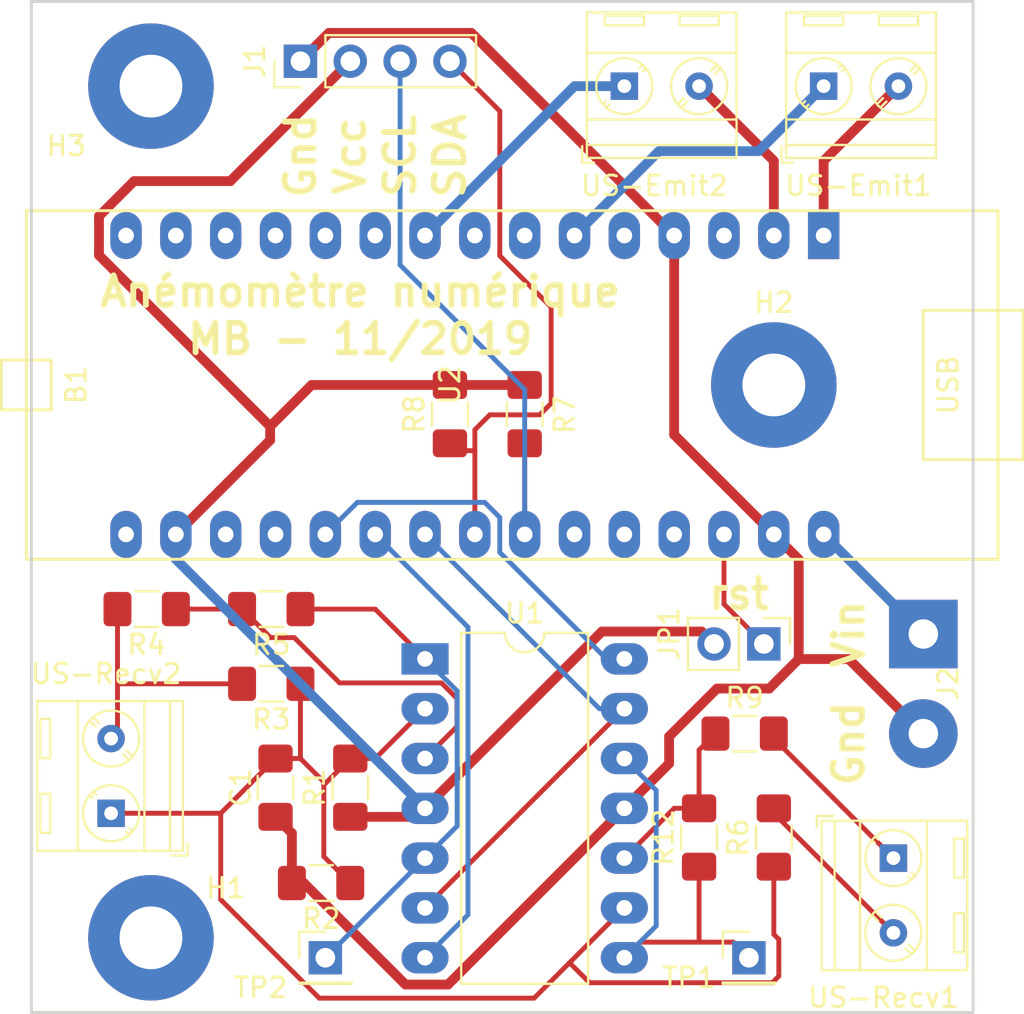
<source format=kicad_pcb>
(kicad_pcb (version 20171130) (host pcbnew 5.0.2-bee76a0~70~ubuntu18.04.1)

  (general
    (thickness 1.6)
    (drawings 12)
    (tracks 136)
    (zones 0)
    (modules 25)
    (nets 22)
  )

  (page A4)
  (layers
    (0 F.Cu signal)
    (31 B.Cu signal)
    (32 B.Adhes user)
    (33 F.Adhes user)
    (34 B.Paste user)
    (35 F.Paste user)
    (36 B.SilkS user)
    (37 F.SilkS user)
    (38 B.Mask user)
    (39 F.Mask user)
    (40 Dwgs.User user)
    (41 Cmts.User user)
    (42 Eco1.User user)
    (43 Eco2.User user)
    (44 Edge.Cuts user)
    (45 Margin user)
    (46 B.CrtYd user)
    (47 F.CrtYd user)
    (48 B.Fab user)
    (49 F.Fab user hide)
  )

  (setup
    (last_trace_width 0.25)
    (trace_clearance 0.3)
    (zone_clearance 0.508)
    (zone_45_only no)
    (trace_min 0.2)
    (segment_width 0.2)
    (edge_width 0.15)
    (via_size 0.8)
    (via_drill 0.4)
    (via_min_size 0.4)
    (via_min_drill 0.3)
    (uvia_size 0.3)
    (uvia_drill 0.1)
    (uvias_allowed no)
    (uvia_min_size 0.2)
    (uvia_min_drill 0.1)
    (pcb_text_width 0.3)
    (pcb_text_size 1.5 1.5)
    (mod_edge_width 0.15)
    (mod_text_size 1 1)
    (mod_text_width 0.15)
    (pad_size 1.524 1.524)
    (pad_drill 0.762)
    (pad_to_mask_clearance 0.051)
    (solder_mask_min_width 0.25)
    (aux_axis_origin 0 0)
    (visible_elements FFFFEF7F)
    (pcbplotparams
      (layerselection 0x010fc_ffffffff)
      (usegerberextensions false)
      (usegerberattributes false)
      (usegerberadvancedattributes false)
      (creategerberjobfile false)
      (excludeedgelayer true)
      (linewidth 0.100000)
      (plotframeref false)
      (viasonmask false)
      (mode 1)
      (useauxorigin false)
      (hpglpennumber 1)
      (hpglpenspeed 20)
      (hpglpendiameter 15.000000)
      (psnegative false)
      (psa4output false)
      (plotreference true)
      (plotvalue true)
      (plotinvisibletext false)
      (padsonsilk false)
      (subtractmaskfromsilk false)
      (outputformat 1)
      (mirror false)
      (drillshape 1)
      (scaleselection 1)
      (outputdirectory ""))
  )

  (net 0 "")
  (net 1 /GND_US)
  (net 2 GND)
  (net 3 VCC)
  (net 4 /I2C_SCL)
  (net 5 /I2C_SDA)
  (net 6 "Net-(JP1-Pad1)")
  (net 7 /TRIG1-)
  (net 8 /TRIG1+)
  (net 9 /TRIG2+)
  (net 10 /TRIG2-)
  (net 11 "Net-(R4-Pad1)")
  (net 12 "Net-(R5-Pad1)")
  (net 13 "Net-(R12-Pad2)")
  (net 14 "Net-(R12-Pad1)")
  (net 15 /SENSIB)
  (net 16 /ECHO1)
  (net 17 /ECHO2)
  (net 18 /Vin)
  (net 19 "Net-(R3-Pad2)")
  (net 20 "Net-(R6-Pad2)")
  (net 21 "Net-(R9-Pad2)")

  (net_class Default "This is the default net class."
    (clearance 0.3)
    (trace_width 0.25)
    (via_dia 0.8)
    (via_drill 0.4)
    (uvia_dia 0.3)
    (uvia_drill 0.1)
    (add_net /ECHO1)
    (add_net /ECHO2)
    (add_net /GND_US)
    (add_net /I2C_SCL)
    (add_net /I2C_SDA)
    (add_net /SENSIB)
    (add_net "Net-(JP1-Pad1)")
    (add_net "Net-(R12-Pad1)")
    (add_net "Net-(R12-Pad2)")
    (add_net "Net-(R3-Pad2)")
    (add_net "Net-(R4-Pad1)")
    (add_net "Net-(R5-Pad1)")
    (add_net "Net-(R6-Pad2)")
    (add_net "Net-(R9-Pad2)")
  )

  (net_class USout ""
    (clearance 0.3)
    (trace_width 0.5)
    (via_dia 0.8)
    (via_drill 0.4)
    (uvia_dia 0.3)
    (uvia_drill 0.1)
    (add_net /TRIG1+)
    (add_net /TRIG1-)
    (add_net /TRIG2+)
    (add_net /TRIG2-)
  )

  (net_class alim ""
    (clearance 0.3)
    (trace_width 0.5)
    (via_dia 0.8)
    (via_drill 0.4)
    (uvia_dia 0.3)
    (uvia_drill 0.1)
    (add_net /Vin)
    (add_net GND)
    (add_net VCC)
  )

  (module Capacitor_SMD:C_1206_3216Metric_Pad1.42x1.75mm_HandSolder (layer F.Cu) (tedit 5B301BBE) (tstamp 5D940363)
    (at 107.95 142.458 270)
    (descr "Capacitor SMD 1206 (3216 Metric), square (rectangular) end terminal, IPC_7351 nominal with elongated pad for handsoldering. (Body size source: http://www.tortai-tech.com/upload/download/2011102023233369053.pdf), generated with kicad-footprint-generator")
    (tags "capacitor handsolder")
    (path /5D8611CC)
    (attr smd)
    (fp_text reference C1 (at 0 1.778 270) (layer F.SilkS)
      (effects (font (size 1 1) (thickness 0.15)))
    )
    (fp_text value 100n (at 0 1.82 270) (layer F.Fab)
      (effects (font (size 1 1) (thickness 0.15)))
    )
    (fp_line (start -1.6 0.8) (end -1.6 -0.8) (layer F.Fab) (width 0.1))
    (fp_line (start -1.6 -0.8) (end 1.6 -0.8) (layer F.Fab) (width 0.1))
    (fp_line (start 1.6 -0.8) (end 1.6 0.8) (layer F.Fab) (width 0.1))
    (fp_line (start 1.6 0.8) (end -1.6 0.8) (layer F.Fab) (width 0.1))
    (fp_line (start -0.602064 -0.91) (end 0.602064 -0.91) (layer F.SilkS) (width 0.12))
    (fp_line (start -0.602064 0.91) (end 0.602064 0.91) (layer F.SilkS) (width 0.12))
    (fp_line (start -2.45 1.12) (end -2.45 -1.12) (layer F.CrtYd) (width 0.05))
    (fp_line (start -2.45 -1.12) (end 2.45 -1.12) (layer F.CrtYd) (width 0.05))
    (fp_line (start 2.45 -1.12) (end 2.45 1.12) (layer F.CrtYd) (width 0.05))
    (fp_line (start 2.45 1.12) (end -2.45 1.12) (layer F.CrtYd) (width 0.05))
    (fp_text user %R (at 0 0 270) (layer F.Fab)
      (effects (font (size 0.8 0.8) (thickness 0.12)))
    )
    (pad 1 smd roundrect (at -1.4875 0 270) (size 1.425 1.75) (layers F.Cu F.Paste F.Mask) (roundrect_rratio 0.175439)
      (net 1 /GND_US))
    (pad 2 smd roundrect (at 1.4875 0 270) (size 1.425 1.75) (layers F.Cu F.Paste F.Mask) (roundrect_rratio 0.175439)
      (net 2 GND))
    (model ${KISYS3DMOD}/Capacitor_SMD.3dshapes/C_1206_3216Metric.wrl
      (at (xyz 0 0 0))
      (scale (xyz 1 1 1))
      (rotate (xyz 0 0 0))
    )
  )

  (module Connector_PinHeader_2.54mm:PinHeader_1x04_P2.54mm_Vertical (layer F.Cu) (tedit 59FED5CC) (tstamp 5D93EFD0)
    (at 109.22 105.41 90)
    (descr "Through hole straight pin header, 1x04, 2.54mm pitch, single row")
    (tags "Through hole pin header THT 1x04 2.54mm single row")
    (path /5D8848DD)
    (fp_text reference J1 (at 0 -2.33 90) (layer F.SilkS)
      (effects (font (size 1 1) (thickness 0.15)))
    )
    (fp_text value Conn_01x04_Male (at 0 9.95 90) (layer F.Fab)
      (effects (font (size 1 1) (thickness 0.15)))
    )
    (fp_line (start -0.635 -1.27) (end 1.27 -1.27) (layer F.Fab) (width 0.1))
    (fp_line (start 1.27 -1.27) (end 1.27 8.89) (layer F.Fab) (width 0.1))
    (fp_line (start 1.27 8.89) (end -1.27 8.89) (layer F.Fab) (width 0.1))
    (fp_line (start -1.27 8.89) (end -1.27 -0.635) (layer F.Fab) (width 0.1))
    (fp_line (start -1.27 -0.635) (end -0.635 -1.27) (layer F.Fab) (width 0.1))
    (fp_line (start -1.33 8.95) (end 1.33 8.95) (layer F.SilkS) (width 0.12))
    (fp_line (start -1.33 1.27) (end -1.33 8.95) (layer F.SilkS) (width 0.12))
    (fp_line (start 1.33 1.27) (end 1.33 8.95) (layer F.SilkS) (width 0.12))
    (fp_line (start -1.33 1.27) (end 1.33 1.27) (layer F.SilkS) (width 0.12))
    (fp_line (start -1.33 0) (end -1.33 -1.33) (layer F.SilkS) (width 0.12))
    (fp_line (start -1.33 -1.33) (end 0 -1.33) (layer F.SilkS) (width 0.12))
    (fp_line (start -1.8 -1.8) (end -1.8 9.4) (layer F.CrtYd) (width 0.05))
    (fp_line (start -1.8 9.4) (end 1.8 9.4) (layer F.CrtYd) (width 0.05))
    (fp_line (start 1.8 9.4) (end 1.8 -1.8) (layer F.CrtYd) (width 0.05))
    (fp_line (start 1.8 -1.8) (end -1.8 -1.8) (layer F.CrtYd) (width 0.05))
    (fp_text user %R (at 0 3.81 180) (layer F.Fab)
      (effects (font (size 1 1) (thickness 0.15)))
    )
    (pad 1 thru_hole rect (at 0 0 90) (size 1.7 1.7) (drill 1) (layers *.Cu *.Mask)
      (net 2 GND))
    (pad 2 thru_hole oval (at 0 2.54 90) (size 1.7 1.7) (drill 1) (layers *.Cu *.Mask)
      (net 3 VCC))
    (pad 3 thru_hole oval (at 0 5.08 90) (size 1.7 1.7) (drill 1) (layers *.Cu *.Mask)
      (net 4 /I2C_SCL))
    (pad 4 thru_hole oval (at 0 7.62 90) (size 1.7 1.7) (drill 1) (layers *.Cu *.Mask)
      (net 5 /I2C_SDA))
    (model ${KISYS3DMOD}/Connector_PinHeader_2.54mm.3dshapes/PinHeader_1x04_P2.54mm_Vertical.wrl
      (at (xyz 0 0 0))
      (scale (xyz 1 1 1))
      (rotate (xyz 0 0 0))
    )
  )

  (module Connector_Wire:SolderWirePad_1x02_P5.08mm_Drill1.5mm (layer F.Cu) (tedit 5DBBFB0D) (tstamp 5D93EFDB)
    (at 140.97 134.62 270)
    (descr "Wire solder connection")
    (tags connector)
    (path /5D8A39AF)
    (attr virtual)
    (fp_text reference J2 (at 2.54 -1.27 270) (layer F.SilkS)
      (effects (font (size 1 1) (thickness 0.15)))
    )
    (fp_text value Conn_01x02_Female (at 2.54 3.81 270) (layer F.Fab)
      (effects (font (size 1 1) (thickness 0.15)))
    )
    (fp_text user %R (at 2.54 0 270) (layer F.Fab)
      (effects (font (size 1 1) (thickness 0.15)))
    )
    (fp_line (start -2.25 -2.25) (end 7.33 -2.25) (layer F.CrtYd) (width 0.05))
    (fp_line (start -2.25 -2.25) (end -2.25 2.25) (layer F.CrtYd) (width 0.05))
    (fp_line (start 7.33 2.25) (end 7.33 -2.25) (layer F.CrtYd) (width 0.05))
    (fp_line (start 7.33 2.25) (end -2.25 2.25) (layer F.CrtYd) (width 0.05))
    (pad 1 thru_hole rect (at 0 0 270) (size 3.50012 3.50012) (drill 1.50114) (layers *.Cu *.Mask)
      (net 18 /Vin))
    (pad 2 thru_hole circle (at 5.08 0 270) (size 3.50012 3.50012) (drill 1.50114) (layers *.Cu *.Mask)
      (net 2 GND))
  )

  (module Connector_PinHeader_2.54mm:PinHeader_1x02_P2.54mm_Vertical (layer F.Cu) (tedit 59FED5CC) (tstamp 5D93EFF1)
    (at 132.842 135.128 270)
    (descr "Through hole straight pin header, 1x02, 2.54mm pitch, single row")
    (tags "Through hole pin header THT 1x02 2.54mm single row")
    (path /5D8A9C8E)
    (fp_text reference JP1 (at -0.508 4.826 270) (layer F.SilkS)
      (effects (font (size 1 1) (thickness 0.15)))
    )
    (fp_text value Jumper (at 0 4.87 270) (layer F.Fab)
      (effects (font (size 1 1) (thickness 0.15)))
    )
    (fp_line (start -0.635 -1.27) (end 1.27 -1.27) (layer F.Fab) (width 0.1))
    (fp_line (start 1.27 -1.27) (end 1.27 3.81) (layer F.Fab) (width 0.1))
    (fp_line (start 1.27 3.81) (end -1.27 3.81) (layer F.Fab) (width 0.1))
    (fp_line (start -1.27 3.81) (end -1.27 -0.635) (layer F.Fab) (width 0.1))
    (fp_line (start -1.27 -0.635) (end -0.635 -1.27) (layer F.Fab) (width 0.1))
    (fp_line (start -1.33 3.87) (end 1.33 3.87) (layer F.SilkS) (width 0.12))
    (fp_line (start -1.33 1.27) (end -1.33 3.87) (layer F.SilkS) (width 0.12))
    (fp_line (start 1.33 1.27) (end 1.33 3.87) (layer F.SilkS) (width 0.12))
    (fp_line (start -1.33 1.27) (end 1.33 1.27) (layer F.SilkS) (width 0.12))
    (fp_line (start -1.33 0) (end -1.33 -1.33) (layer F.SilkS) (width 0.12))
    (fp_line (start -1.33 -1.33) (end 0 -1.33) (layer F.SilkS) (width 0.12))
    (fp_line (start -1.8 -1.8) (end -1.8 4.35) (layer F.CrtYd) (width 0.05))
    (fp_line (start -1.8 4.35) (end 1.8 4.35) (layer F.CrtYd) (width 0.05))
    (fp_line (start 1.8 4.35) (end 1.8 -1.8) (layer F.CrtYd) (width 0.05))
    (fp_line (start 1.8 -1.8) (end -1.8 -1.8) (layer F.CrtYd) (width 0.05))
    (fp_text user %R (at 0 1.27) (layer F.Fab)
      (effects (font (size 1 1) (thickness 0.15)))
    )
    (pad 1 thru_hole rect (at 0 0 270) (size 1.7 1.7) (drill 1) (layers *.Cu *.Mask)
      (net 6 "Net-(JP1-Pad1)"))
    (pad 2 thru_hole oval (at 0 2.54 270) (size 1.7 1.7) (drill 1) (layers *.Cu *.Mask)
      (net 3 VCC))
    (model ${KISYS3DMOD}/Connector_PinHeader_2.54mm.3dshapes/PinHeader_1x02_P2.54mm_Vertical.wrl
      (at (xyz 0 0 0))
      (scale (xyz 1 1 1))
      (rotate (xyz 0 0 0))
    )
  )

  (module Resistor_SMD:R_1206_3216Metric_Pad1.42x1.75mm_HandSolder (layer F.Cu) (tedit 5B301BBD) (tstamp 5D93FA4C)
    (at 111.76 142.458 90)
    (descr "Resistor SMD 1206 (3216 Metric), square (rectangular) end terminal, IPC_7351 nominal with elongated pad for handsoldering. (Body size source: http://www.tortai-tech.com/upload/download/2011102023233369053.pdf), generated with kicad-footprint-generator")
    (tags "resistor handsolder")
    (path /5D8607C8)
    (attr smd)
    (fp_text reference R1 (at 0 -1.82 90) (layer F.SilkS)
      (effects (font (size 1 1) (thickness 0.15)))
    )
    (fp_text value 1K (at 0 1.82 90) (layer F.Fab)
      (effects (font (size 1 1) (thickness 0.15)))
    )
    (fp_text user %R (at 0 0 90) (layer F.Fab)
      (effects (font (size 0.8 0.8) (thickness 0.12)))
    )
    (fp_line (start 2.45 1.12) (end -2.45 1.12) (layer F.CrtYd) (width 0.05))
    (fp_line (start 2.45 -1.12) (end 2.45 1.12) (layer F.CrtYd) (width 0.05))
    (fp_line (start -2.45 -1.12) (end 2.45 -1.12) (layer F.CrtYd) (width 0.05))
    (fp_line (start -2.45 1.12) (end -2.45 -1.12) (layer F.CrtYd) (width 0.05))
    (fp_line (start -0.602064 0.91) (end 0.602064 0.91) (layer F.SilkS) (width 0.12))
    (fp_line (start -0.602064 -0.91) (end 0.602064 -0.91) (layer F.SilkS) (width 0.12))
    (fp_line (start 1.6 0.8) (end -1.6 0.8) (layer F.Fab) (width 0.1))
    (fp_line (start 1.6 -0.8) (end 1.6 0.8) (layer F.Fab) (width 0.1))
    (fp_line (start -1.6 -0.8) (end 1.6 -0.8) (layer F.Fab) (width 0.1))
    (fp_line (start -1.6 0.8) (end -1.6 -0.8) (layer F.Fab) (width 0.1))
    (pad 2 smd roundrect (at 1.4875 0 90) (size 1.425 1.75) (layers F.Cu F.Paste F.Mask) (roundrect_rratio 0.175439)
      (net 1 /GND_US))
    (pad 1 smd roundrect (at -1.4875 0 90) (size 1.425 1.75) (layers F.Cu F.Paste F.Mask) (roundrect_rratio 0.175439)
      (net 3 VCC))
    (model ${KISYS3DMOD}/Resistor_SMD.3dshapes/R_1206_3216Metric.wrl
      (at (xyz 0 0 0))
      (scale (xyz 1 1 1))
      (rotate (xyz 0 0 0))
    )
  )

  (module Resistor_SMD:R_1206_3216Metric_Pad1.42x1.75mm_HandSolder (layer F.Cu) (tedit 5B301BBD) (tstamp 5D93F02F)
    (at 110.272 147.32 180)
    (descr "Resistor SMD 1206 (3216 Metric), square (rectangular) end terminal, IPC_7351 nominal with elongated pad for handsoldering. (Body size source: http://www.tortai-tech.com/upload/download/2011102023233369053.pdf), generated with kicad-footprint-generator")
    (tags "resistor handsolder")
    (path /5D86084F)
    (attr smd)
    (fp_text reference R2 (at 0 -1.82 180) (layer F.SilkS)
      (effects (font (size 1 1) (thickness 0.15)))
    )
    (fp_text value 1K (at 0 1.82 180) (layer F.Fab)
      (effects (font (size 1 1) (thickness 0.15)))
    )
    (fp_line (start -1.6 0.8) (end -1.6 -0.8) (layer F.Fab) (width 0.1))
    (fp_line (start -1.6 -0.8) (end 1.6 -0.8) (layer F.Fab) (width 0.1))
    (fp_line (start 1.6 -0.8) (end 1.6 0.8) (layer F.Fab) (width 0.1))
    (fp_line (start 1.6 0.8) (end -1.6 0.8) (layer F.Fab) (width 0.1))
    (fp_line (start -0.602064 -0.91) (end 0.602064 -0.91) (layer F.SilkS) (width 0.12))
    (fp_line (start -0.602064 0.91) (end 0.602064 0.91) (layer F.SilkS) (width 0.12))
    (fp_line (start -2.45 1.12) (end -2.45 -1.12) (layer F.CrtYd) (width 0.05))
    (fp_line (start -2.45 -1.12) (end 2.45 -1.12) (layer F.CrtYd) (width 0.05))
    (fp_line (start 2.45 -1.12) (end 2.45 1.12) (layer F.CrtYd) (width 0.05))
    (fp_line (start 2.45 1.12) (end -2.45 1.12) (layer F.CrtYd) (width 0.05))
    (fp_text user %R (at 0 0 180) (layer F.Fab)
      (effects (font (size 0.8 0.8) (thickness 0.12)))
    )
    (pad 1 smd roundrect (at -1.4875 0 180) (size 1.425 1.75) (layers F.Cu F.Paste F.Mask) (roundrect_rratio 0.175439)
      (net 1 /GND_US))
    (pad 2 smd roundrect (at 1.4875 0 180) (size 1.425 1.75) (layers F.Cu F.Paste F.Mask) (roundrect_rratio 0.175439)
      (net 2 GND))
    (model ${KISYS3DMOD}/Resistor_SMD.3dshapes/R_1206_3216Metric.wrl
      (at (xyz 0 0 0))
      (scale (xyz 1 1 1))
      (rotate (xyz 0 0 0))
    )
  )

  (module Resistor_SMD:R_1206_3216Metric_Pad1.42x1.75mm_HandSolder (layer F.Cu) (tedit 5B301BBD) (tstamp 5D93F040)
    (at 107.732 137.16 180)
    (descr "Resistor SMD 1206 (3216 Metric), square (rectangular) end terminal, IPC_7351 nominal with elongated pad for handsoldering. (Body size source: http://www.tortai-tech.com/upload/download/2011102023233369053.pdf), generated with kicad-footprint-generator")
    (tags "resistor handsolder")
    (path /5D85FB80)
    (attr smd)
    (fp_text reference R3 (at 0 -1.82 180) (layer F.SilkS)
      (effects (font (size 1 1) (thickness 0.15)))
    )
    (fp_text value 3.9K (at 0 1.82 180) (layer F.Fab)
      (effects (font (size 1 1) (thickness 0.15)))
    )
    (fp_line (start -1.6 0.8) (end -1.6 -0.8) (layer F.Fab) (width 0.1))
    (fp_line (start -1.6 -0.8) (end 1.6 -0.8) (layer F.Fab) (width 0.1))
    (fp_line (start 1.6 -0.8) (end 1.6 0.8) (layer F.Fab) (width 0.1))
    (fp_line (start 1.6 0.8) (end -1.6 0.8) (layer F.Fab) (width 0.1))
    (fp_line (start -0.602064 -0.91) (end 0.602064 -0.91) (layer F.SilkS) (width 0.12))
    (fp_line (start -0.602064 0.91) (end 0.602064 0.91) (layer F.SilkS) (width 0.12))
    (fp_line (start -2.45 1.12) (end -2.45 -1.12) (layer F.CrtYd) (width 0.05))
    (fp_line (start -2.45 -1.12) (end 2.45 -1.12) (layer F.CrtYd) (width 0.05))
    (fp_line (start 2.45 -1.12) (end 2.45 1.12) (layer F.CrtYd) (width 0.05))
    (fp_line (start 2.45 1.12) (end -2.45 1.12) (layer F.CrtYd) (width 0.05))
    (fp_text user %R (at 0 0 180) (layer F.Fab)
      (effects (font (size 0.8 0.8) (thickness 0.12)))
    )
    (pad 1 smd roundrect (at -1.4875 0 180) (size 1.425 1.75) (layers F.Cu F.Paste F.Mask) (roundrect_rratio 0.175439)
      (net 1 /GND_US))
    (pad 2 smd roundrect (at 1.4875 0 180) (size 1.425 1.75) (layers F.Cu F.Paste F.Mask) (roundrect_rratio 0.175439)
      (net 19 "Net-(R3-Pad2)"))
    (model ${KISYS3DMOD}/Resistor_SMD.3dshapes/R_1206_3216Metric.wrl
      (at (xyz 0 0 0))
      (scale (xyz 1 1 1))
      (rotate (xyz 0 0 0))
    )
  )

  (module Resistor_SMD:R_1206_3216Metric_Pad1.42x1.75mm_HandSolder (layer F.Cu) (tedit 5B301BBD) (tstamp 5D93F051)
    (at 101.382 133.35 180)
    (descr "Resistor SMD 1206 (3216 Metric), square (rectangular) end terminal, IPC_7351 nominal with elongated pad for handsoldering. (Body size source: http://www.tortai-tech.com/upload/download/2011102023233369053.pdf), generated with kicad-footprint-generator")
    (tags "resistor handsolder")
    (path /5D85FD90)
    (attr smd)
    (fp_text reference R4 (at 0 -1.82 180) (layer F.SilkS)
      (effects (font (size 1 1) (thickness 0.15)))
    )
    (fp_text value 3.9K (at 0 1.82 180) (layer F.Fab)
      (effects (font (size 1 1) (thickness 0.15)))
    )
    (fp_text user %R (at 0 0 270) (layer F.Fab)
      (effects (font (size 0.8 0.8) (thickness 0.12)))
    )
    (fp_line (start 2.45 1.12) (end -2.45 1.12) (layer F.CrtYd) (width 0.05))
    (fp_line (start 2.45 -1.12) (end 2.45 1.12) (layer F.CrtYd) (width 0.05))
    (fp_line (start -2.45 -1.12) (end 2.45 -1.12) (layer F.CrtYd) (width 0.05))
    (fp_line (start -2.45 1.12) (end -2.45 -1.12) (layer F.CrtYd) (width 0.05))
    (fp_line (start -0.602064 0.91) (end 0.602064 0.91) (layer F.SilkS) (width 0.12))
    (fp_line (start -0.602064 -0.91) (end 0.602064 -0.91) (layer F.SilkS) (width 0.12))
    (fp_line (start 1.6 0.8) (end -1.6 0.8) (layer F.Fab) (width 0.1))
    (fp_line (start 1.6 -0.8) (end 1.6 0.8) (layer F.Fab) (width 0.1))
    (fp_line (start -1.6 -0.8) (end 1.6 -0.8) (layer F.Fab) (width 0.1))
    (fp_line (start -1.6 0.8) (end -1.6 -0.8) (layer F.Fab) (width 0.1))
    (pad 2 smd roundrect (at 1.4875 0 180) (size 1.425 1.75) (layers F.Cu F.Paste F.Mask) (roundrect_rratio 0.175439)
      (net 19 "Net-(R3-Pad2)"))
    (pad 1 smd roundrect (at -1.4875 0 180) (size 1.425 1.75) (layers F.Cu F.Paste F.Mask) (roundrect_rratio 0.175439)
      (net 11 "Net-(R4-Pad1)"))
    (model ${KISYS3DMOD}/Resistor_SMD.3dshapes/R_1206_3216Metric.wrl
      (at (xyz 0 0 0))
      (scale (xyz 1 1 1))
      (rotate (xyz 0 0 0))
    )
  )

  (module Resistor_SMD:R_1206_3216Metric_Pad1.42x1.75mm_HandSolder (layer F.Cu) (tedit 5B301BBD) (tstamp 5D9407A8)
    (at 107.732 133.35 180)
    (descr "Resistor SMD 1206 (3216 Metric), square (rectangular) end terminal, IPC_7351 nominal with elongated pad for handsoldering. (Body size source: http://www.tortai-tech.com/upload/download/2011102023233369053.pdf), generated with kicad-footprint-generator")
    (tags "resistor handsolder")
    (path /5D85FDC0)
    (attr smd)
    (fp_text reference R5 (at 0 -1.82 180) (layer F.SilkS)
      (effects (font (size 1 1) (thickness 0.15)))
    )
    (fp_text value 1M (at 0 1.82 180) (layer F.Fab)
      (effects (font (size 1 1) (thickness 0.15)))
    )
    (fp_line (start -1.6 0.8) (end -1.6 -0.8) (layer F.Fab) (width 0.1))
    (fp_line (start -1.6 -0.8) (end 1.6 -0.8) (layer F.Fab) (width 0.1))
    (fp_line (start 1.6 -0.8) (end 1.6 0.8) (layer F.Fab) (width 0.1))
    (fp_line (start 1.6 0.8) (end -1.6 0.8) (layer F.Fab) (width 0.1))
    (fp_line (start -0.602064 -0.91) (end 0.602064 -0.91) (layer F.SilkS) (width 0.12))
    (fp_line (start -0.602064 0.91) (end 0.602064 0.91) (layer F.SilkS) (width 0.12))
    (fp_line (start -2.45 1.12) (end -2.45 -1.12) (layer F.CrtYd) (width 0.05))
    (fp_line (start -2.45 -1.12) (end 2.45 -1.12) (layer F.CrtYd) (width 0.05))
    (fp_line (start 2.45 -1.12) (end 2.45 1.12) (layer F.CrtYd) (width 0.05))
    (fp_line (start 2.45 1.12) (end -2.45 1.12) (layer F.CrtYd) (width 0.05))
    (fp_text user %R (at 0 0 -90) (layer F.Fab)
      (effects (font (size 0.8 0.8) (thickness 0.12)))
    )
    (pad 1 smd roundrect (at -1.4875 0 180) (size 1.425 1.75) (layers F.Cu F.Paste F.Mask) (roundrect_rratio 0.175439)
      (net 12 "Net-(R5-Pad1)"))
    (pad 2 smd roundrect (at 1.4875 0 180) (size 1.425 1.75) (layers F.Cu F.Paste F.Mask) (roundrect_rratio 0.175439)
      (net 11 "Net-(R4-Pad1)"))
    (model ${KISYS3DMOD}/Resistor_SMD.3dshapes/R_1206_3216Metric.wrl
      (at (xyz 0 0 0))
      (scale (xyz 1 1 1))
      (rotate (xyz 0 0 0))
    )
  )

  (module Resistor_SMD:R_1206_3216Metric_Pad1.42x1.75mm_HandSolder (layer F.Cu) (tedit 5B301BBD) (tstamp 5D93F98B)
    (at 133.35 144.998 90)
    (descr "Resistor SMD 1206 (3216 Metric), square (rectangular) end terminal, IPC_7351 nominal with elongated pad for handsoldering. (Body size source: http://www.tortai-tech.com/upload/download/2011102023233369053.pdf), generated with kicad-footprint-generator")
    (tags "resistor handsolder")
    (path /5D86820C)
    (attr smd)
    (fp_text reference R6 (at 0 -1.82 90) (layer F.SilkS)
      (effects (font (size 1 1) (thickness 0.15)))
    )
    (fp_text value 3.9K (at 0 1.82 90) (layer F.Fab)
      (effects (font (size 1 1) (thickness 0.15)))
    )
    (fp_text user %R (at 0 0 90) (layer F.Fab)
      (effects (font (size 0.8 0.8) (thickness 0.12)))
    )
    (fp_line (start 2.45 1.12) (end -2.45 1.12) (layer F.CrtYd) (width 0.05))
    (fp_line (start 2.45 -1.12) (end 2.45 1.12) (layer F.CrtYd) (width 0.05))
    (fp_line (start -2.45 -1.12) (end 2.45 -1.12) (layer F.CrtYd) (width 0.05))
    (fp_line (start -2.45 1.12) (end -2.45 -1.12) (layer F.CrtYd) (width 0.05))
    (fp_line (start -0.602064 0.91) (end 0.602064 0.91) (layer F.SilkS) (width 0.12))
    (fp_line (start -0.602064 -0.91) (end 0.602064 -0.91) (layer F.SilkS) (width 0.12))
    (fp_line (start 1.6 0.8) (end -1.6 0.8) (layer F.Fab) (width 0.1))
    (fp_line (start 1.6 -0.8) (end 1.6 0.8) (layer F.Fab) (width 0.1))
    (fp_line (start -1.6 -0.8) (end 1.6 -0.8) (layer F.Fab) (width 0.1))
    (fp_line (start -1.6 0.8) (end -1.6 -0.8) (layer F.Fab) (width 0.1))
    (pad 2 smd roundrect (at 1.4875 0 90) (size 1.425 1.75) (layers F.Cu F.Paste F.Mask) (roundrect_rratio 0.175439)
      (net 20 "Net-(R6-Pad2)"))
    (pad 1 smd roundrect (at -1.4875 0 90) (size 1.425 1.75) (layers F.Cu F.Paste F.Mask) (roundrect_rratio 0.175439)
      (net 1 /GND_US))
    (model ${KISYS3DMOD}/Resistor_SMD.3dshapes/R_1206_3216Metric.wrl
      (at (xyz 0 0 0))
      (scale (xyz 1 1 1))
      (rotate (xyz 0 0 0))
    )
  )

  (module Resistor_SMD:R_1206_3216Metric_Pad1.42x1.75mm_HandSolder (layer F.Cu) (tedit 5B301BBD) (tstamp 5D93F084)
    (at 120.65 123.408 90)
    (descr "Resistor SMD 1206 (3216 Metric), square (rectangular) end terminal, IPC_7351 nominal with elongated pad for handsoldering. (Body size source: http://www.tortai-tech.com/upload/download/2011102023233369053.pdf), generated with kicad-footprint-generator")
    (tags "resistor handsolder")
    (path /5D884646)
    (attr smd)
    (fp_text reference R7 (at -0.036 2.032 90) (layer F.SilkS)
      (effects (font (size 1 1) (thickness 0.15)))
    )
    (fp_text value 4.7K (at 0 1.82 90) (layer F.Fab)
      (effects (font (size 1 1) (thickness 0.15)))
    )
    (fp_line (start -1.6 0.8) (end -1.6 -0.8) (layer F.Fab) (width 0.1))
    (fp_line (start -1.6 -0.8) (end 1.6 -0.8) (layer F.Fab) (width 0.1))
    (fp_line (start 1.6 -0.8) (end 1.6 0.8) (layer F.Fab) (width 0.1))
    (fp_line (start 1.6 0.8) (end -1.6 0.8) (layer F.Fab) (width 0.1))
    (fp_line (start -0.602064 -0.91) (end 0.602064 -0.91) (layer F.SilkS) (width 0.12))
    (fp_line (start -0.602064 0.91) (end 0.602064 0.91) (layer F.SilkS) (width 0.12))
    (fp_line (start -2.45 1.12) (end -2.45 -1.12) (layer F.CrtYd) (width 0.05))
    (fp_line (start -2.45 -1.12) (end 2.45 -1.12) (layer F.CrtYd) (width 0.05))
    (fp_line (start 2.45 -1.12) (end 2.45 1.12) (layer F.CrtYd) (width 0.05))
    (fp_line (start 2.45 1.12) (end -2.45 1.12) (layer F.CrtYd) (width 0.05))
    (fp_text user %R (at 0 0 90) (layer F.Fab)
      (effects (font (size 0.8 0.8) (thickness 0.12)))
    )
    (pad 1 smd roundrect (at -1.4875 0 90) (size 1.425 1.75) (layers F.Cu F.Paste F.Mask) (roundrect_rratio 0.175439)
      (net 4 /I2C_SCL))
    (pad 2 smd roundrect (at 1.4875 0 90) (size 1.425 1.75) (layers F.Cu F.Paste F.Mask) (roundrect_rratio 0.175439)
      (net 3 VCC))
    (model ${KISYS3DMOD}/Resistor_SMD.3dshapes/R_1206_3216Metric.wrl
      (at (xyz 0 0 0))
      (scale (xyz 1 1 1))
      (rotate (xyz 0 0 0))
    )
  )

  (module Resistor_SMD:R_1206_3216Metric_Pad1.42x1.75mm_HandSolder (layer F.Cu) (tedit 5B301BBD) (tstamp 5D93F095)
    (at 116.84 123.408 90)
    (descr "Resistor SMD 1206 (3216 Metric), square (rectangular) end terminal, IPC_7351 nominal with elongated pad for handsoldering. (Body size source: http://www.tortai-tech.com/upload/download/2011102023233369053.pdf), generated with kicad-footprint-generator")
    (tags "resistor handsolder")
    (path /5D8847CC)
    (attr smd)
    (fp_text reference R8 (at 0 -1.82 90) (layer F.SilkS)
      (effects (font (size 1 1) (thickness 0.15)))
    )
    (fp_text value 4.7K (at 0 1.82 90) (layer F.Fab)
      (effects (font (size 1 1) (thickness 0.15)))
    )
    (fp_text user %R (at 0 0 90) (layer F.Fab)
      (effects (font (size 0.8 0.8) (thickness 0.12)))
    )
    (fp_line (start 2.45 1.12) (end -2.45 1.12) (layer F.CrtYd) (width 0.05))
    (fp_line (start 2.45 -1.12) (end 2.45 1.12) (layer F.CrtYd) (width 0.05))
    (fp_line (start -2.45 -1.12) (end 2.45 -1.12) (layer F.CrtYd) (width 0.05))
    (fp_line (start -2.45 1.12) (end -2.45 -1.12) (layer F.CrtYd) (width 0.05))
    (fp_line (start -0.602064 0.91) (end 0.602064 0.91) (layer F.SilkS) (width 0.12))
    (fp_line (start -0.602064 -0.91) (end 0.602064 -0.91) (layer F.SilkS) (width 0.12))
    (fp_line (start 1.6 0.8) (end -1.6 0.8) (layer F.Fab) (width 0.1))
    (fp_line (start 1.6 -0.8) (end 1.6 0.8) (layer F.Fab) (width 0.1))
    (fp_line (start -1.6 -0.8) (end 1.6 -0.8) (layer F.Fab) (width 0.1))
    (fp_line (start -1.6 0.8) (end -1.6 -0.8) (layer F.Fab) (width 0.1))
    (pad 2 smd roundrect (at 1.4875 0 90) (size 1.425 1.75) (layers F.Cu F.Paste F.Mask) (roundrect_rratio 0.175439)
      (net 3 VCC))
    (pad 1 smd roundrect (at -1.4875 0 90) (size 1.425 1.75) (layers F.Cu F.Paste F.Mask) (roundrect_rratio 0.175439)
      (net 5 /I2C_SDA))
    (model ${KISYS3DMOD}/Resistor_SMD.3dshapes/R_1206_3216Metric.wrl
      (at (xyz 0 0 0))
      (scale (xyz 1 1 1))
      (rotate (xyz 0 0 0))
    )
  )

  (module Resistor_SMD:R_1206_3216Metric_Pad1.42x1.75mm_HandSolder (layer F.Cu) (tedit 5B301BBD) (tstamp 5D93F552)
    (at 131.862 139.7)
    (descr "Resistor SMD 1206 (3216 Metric), square (rectangular) end terminal, IPC_7351 nominal with elongated pad for handsoldering. (Body size source: http://www.tortai-tech.com/upload/download/2011102023233369053.pdf), generated with kicad-footprint-generator")
    (tags "resistor handsolder")
    (path /5D868213)
    (attr smd)
    (fp_text reference R9 (at 0 -1.82) (layer F.SilkS)
      (effects (font (size 1 1) (thickness 0.15)))
    )
    (fp_text value 3.9K (at 0 1.82) (layer F.Fab)
      (effects (font (size 1 1) (thickness 0.15)))
    )
    (fp_line (start -1.6 0.8) (end -1.6 -0.8) (layer F.Fab) (width 0.1))
    (fp_line (start -1.6 -0.8) (end 1.6 -0.8) (layer F.Fab) (width 0.1))
    (fp_line (start 1.6 -0.8) (end 1.6 0.8) (layer F.Fab) (width 0.1))
    (fp_line (start 1.6 0.8) (end -1.6 0.8) (layer F.Fab) (width 0.1))
    (fp_line (start -0.602064 -0.91) (end 0.602064 -0.91) (layer F.SilkS) (width 0.12))
    (fp_line (start -0.602064 0.91) (end 0.602064 0.91) (layer F.SilkS) (width 0.12))
    (fp_line (start -2.45 1.12) (end -2.45 -1.12) (layer F.CrtYd) (width 0.05))
    (fp_line (start -2.45 -1.12) (end 2.45 -1.12) (layer F.CrtYd) (width 0.05))
    (fp_line (start 2.45 -1.12) (end 2.45 1.12) (layer F.CrtYd) (width 0.05))
    (fp_line (start 2.45 1.12) (end -2.45 1.12) (layer F.CrtYd) (width 0.05))
    (fp_text user %R (at 0 0) (layer F.Fab)
      (effects (font (size 0.8 0.8) (thickness 0.12)))
    )
    (pad 1 smd roundrect (at -1.4875 0) (size 1.425 1.75) (layers F.Cu F.Paste F.Mask) (roundrect_rratio 0.175439)
      (net 13 "Net-(R12-Pad2)"))
    (pad 2 smd roundrect (at 1.4875 0) (size 1.425 1.75) (layers F.Cu F.Paste F.Mask) (roundrect_rratio 0.175439)
      (net 21 "Net-(R9-Pad2)"))
    (model ${KISYS3DMOD}/Resistor_SMD.3dshapes/R_1206_3216Metric.wrl
      (at (xyz 0 0 0))
      (scale (xyz 1 1 1))
      (rotate (xyz 0 0 0))
    )
  )

  (module Resistor_SMD:R_1206_3216Metric_Pad1.42x1.75mm_HandSolder (layer F.Cu) (tedit 5B301BBD) (tstamp 5D93F0B7)
    (at 129.54 144.998 90)
    (descr "Resistor SMD 1206 (3216 Metric), square (rectangular) end terminal, IPC_7351 nominal with elongated pad for handsoldering. (Body size source: http://www.tortai-tech.com/upload/download/2011102023233369053.pdf), generated with kicad-footprint-generator")
    (tags "resistor handsolder")
    (path /5D86821A)
    (attr smd)
    (fp_text reference R12 (at 0 -1.82 90) (layer F.SilkS)
      (effects (font (size 1 1) (thickness 0.15)))
    )
    (fp_text value 1M (at 0 1.82 90) (layer F.Fab)
      (effects (font (size 1 1) (thickness 0.15)))
    )
    (fp_text user %R (at 0 1.27 90) (layer F.Fab)
      (effects (font (size 0.8 0.8) (thickness 0.12)))
    )
    (fp_line (start 2.45 1.12) (end -2.45 1.12) (layer F.CrtYd) (width 0.05))
    (fp_line (start 2.45 -1.12) (end 2.45 1.12) (layer F.CrtYd) (width 0.05))
    (fp_line (start -2.45 -1.12) (end 2.45 -1.12) (layer F.CrtYd) (width 0.05))
    (fp_line (start -2.45 1.12) (end -2.45 -1.12) (layer F.CrtYd) (width 0.05))
    (fp_line (start -0.602064 0.91) (end 0.602064 0.91) (layer F.SilkS) (width 0.12))
    (fp_line (start -0.602064 -0.91) (end 0.602064 -0.91) (layer F.SilkS) (width 0.12))
    (fp_line (start 1.6 0.8) (end -1.6 0.8) (layer F.Fab) (width 0.1))
    (fp_line (start 1.6 -0.8) (end 1.6 0.8) (layer F.Fab) (width 0.1))
    (fp_line (start -1.6 -0.8) (end 1.6 -0.8) (layer F.Fab) (width 0.1))
    (fp_line (start -1.6 0.8) (end -1.6 -0.8) (layer F.Fab) (width 0.1))
    (pad 2 smd roundrect (at 1.4875 0 90) (size 1.425 1.75) (layers F.Cu F.Paste F.Mask) (roundrect_rratio 0.175439)
      (net 13 "Net-(R12-Pad2)"))
    (pad 1 smd roundrect (at -1.4875 0 90) (size 1.425 1.75) (layers F.Cu F.Paste F.Mask) (roundrect_rratio 0.175439)
      (net 14 "Net-(R12-Pad1)"))
    (model ${KISYS3DMOD}/Resistor_SMD.3dshapes/R_1206_3216Metric.wrl
      (at (xyz 0 0 0))
      (scale (xyz 1 1 1))
      (rotate (xyz 0 0 0))
    )
  )

  (module Package_DIP:DIP-14_W10.16mm_LongPads (layer F.Cu) (tedit 5D877615) (tstamp 5DAA0C88)
    (at 115.57 135.89)
    (descr "14-lead though-hole mounted DIP package, row spacing 10.16 mm (400 mils), LongPads")
    (tags "THT DIP DIL PDIP 2.54mm 10.16mm 400mil LongPads")
    (path /5D85FE86)
    (fp_text reference U1 (at 5.08 -2.33) (layer F.SilkS)
      (effects (font (size 1 1) (thickness 0.15)))
    )
    (fp_text value MCP6L94 (at 5.08 17.57) (layer F.Fab)
      (effects (font (size 1 1) (thickness 0.15)))
    )
    (fp_arc (start 5.08 -1.33) (end 4.08 -1.33) (angle -180) (layer F.SilkS) (width 0.12))
    (fp_line (start 2.905 -1.27) (end 8.255 -1.27) (layer F.Fab) (width 0.1))
    (fp_line (start 8.255 -1.27) (end 8.255 16.51) (layer F.Fab) (width 0.1))
    (fp_line (start 8.255 16.51) (end 1.905 16.51) (layer F.Fab) (width 0.1))
    (fp_line (start 1.905 16.51) (end 1.905 -0.27) (layer F.Fab) (width 0.1))
    (fp_line (start 1.905 -0.27) (end 2.905 -1.27) (layer F.Fab) (width 0.1))
    (fp_line (start 4.08 -1.33) (end 1.845 -1.33) (layer F.SilkS) (width 0.12))
    (fp_line (start 1.845 -1.33) (end 1.845 16.57) (layer F.SilkS) (width 0.12))
    (fp_line (start 1.845 16.57) (end 8.315 16.57) (layer F.SilkS) (width 0.12))
    (fp_line (start 8.315 16.57) (end 8.315 -1.33) (layer F.SilkS) (width 0.12))
    (fp_line (start 8.315 -1.33) (end 6.08 -1.33) (layer F.SilkS) (width 0.12))
    (fp_line (start -1.5 -1.55) (end -1.5 16.8) (layer F.CrtYd) (width 0.05))
    (fp_line (start -1.5 16.8) (end 11.65 16.8) (layer F.CrtYd) (width 0.05))
    (fp_line (start 11.65 16.8) (end 11.65 -1.55) (layer F.CrtYd) (width 0.05))
    (fp_line (start 11.65 -1.55) (end -1.5 -1.55) (layer F.CrtYd) (width 0.05))
    (fp_text user %R (at 5.08 7.62) (layer F.Fab)
      (effects (font (size 1 1) (thickness 0.15)))
    )
    (pad 1 thru_hole rect (at 0 0) (size 2.4 1.6) (drill 0.8) (layers *.Cu *.Mask)
      (net 12 "Net-(R5-Pad1)"))
    (pad 8 thru_hole oval (at 10.16 15.24) (size 2.4 1.6) (drill 0.8) (layers *.Cu *.Mask)
      (net 14 "Net-(R12-Pad1)"))
    (pad 2 thru_hole oval (at 0 2.54) (size 2.4 1.6) (drill 0.8) (layers *.Cu *.Mask)
      (net 1 /GND_US))
    (pad 9 thru_hole oval (at 10.16 12.7) (size 2.4 1.6) (drill 0.8) (layers *.Cu *.Mask)
      (net 1 /GND_US))
    (pad 3 thru_hole oval (at 0 5.08) (size 2.4 1.6) (drill 0.8) (layers *.Cu *.Mask)
      (net 11 "Net-(R4-Pad1)"))
    (pad 10 thru_hole oval (at 10.16 10.16) (size 2.4 1.6) (drill 0.8) (layers *.Cu *.Mask)
      (net 13 "Net-(R12-Pad2)"))
    (pad 4 thru_hole oval (at 0 7.62) (size 2.4 1.6) (drill 0.8) (layers *.Cu *.Mask)
      (net 3 VCC))
    (pad 11 thru_hole oval (at 10.16 7.62) (size 2.4 1.6) (drill 0.8) (layers *.Cu *.Mask)
      (net 2 GND))
    (pad 5 thru_hole oval (at 0 10.16) (size 2.4 1.6) (drill 0.8) (layers *.Cu *.Mask)
      (net 12 "Net-(R5-Pad1)"))
    (pad 12 thru_hole oval (at 10.16 5.08) (size 2.4 1.6) (drill 0.8) (layers *.Cu *.Mask)
      (net 14 "Net-(R12-Pad1)"))
    (pad 6 thru_hole oval (at 0 12.7) (size 2.4 1.6) (drill 0.8) (layers *.Cu *.Mask)
      (net 15 /SENSIB))
    (pad 13 thru_hole oval (at 10.16 2.54) (size 2.4 1.6) (drill 0.8) (layers *.Cu *.Mask)
      (net 15 /SENSIB))
    (pad 7 thru_hole oval (at 0 15.24) (size 2.4 1.6) (drill 0.8) (layers *.Cu *.Mask)
      (net 16 /ECHO1))
    (pad 14 thru_hole oval (at 10.16 0) (size 2.4 1.6) (drill 0.8) (layers *.Cu *.Mask)
      (net 17 /ECHO2))
    (model ${KISYS3DMOD}/Package_DIP.3dshapes/DIP-14_W10.16mm.wrl
      (at (xyz 0 0 0))
      (scale (xyz 1 1 1))
      (rotate (xyz 0 0 0))
    )
  )

  (module TerminalBlock_MetzConnect:TerminalBlock_MetzConnect_Type086_RT03402HBLC_1x02_P3.81mm_Horizontal (layer F.Cu) (tedit 5DBBFA23) (tstamp 5DBBFF1D)
    (at 99.568 143.764 90)
    (descr "terminal block Metz Connect Type086_RT03402HBLC, 2 pins, pitch 3.81mm, size 7.51x7.3mm^2, drill diamater 0.7mm, pad diameter 1.4mm, see http://www.metz-connect.com/de/system/files/productfiles/Datenblatt_310861_RT034xxHBLC_OFF-026114K.pdf, script-generated using https://github.com/pointhi/kicad-footprint-generator/scripts/TerminalBlock_MetzConnect")
    (tags "THT terminal block Metz Connect Type086_RT03402HBLC pitch 3.81mm size 7.51x7.3mm^2 drill 0.7mm pad 1.4mm")
    (path /5D85FAB4)
    (fp_text reference US-Recv2 (at 7.112 -0.254 180) (layer F.SilkS)
      (effects (font (size 1 1) (thickness 0.15)))
    )
    (fp_text value Speaker_Ultrasound (at 1.905 4.66 90) (layer F.Fab)
      (effects (font (size 1 1) (thickness 0.15)))
    )
    (fp_circle (center 0 0) (end 1.25 0) (layer F.Fab) (width 0.1))
    (fp_circle (center 0 0) (end 1.43 0) (layer F.SilkS) (width 0.12))
    (fp_circle (center 3.81 0) (end 5.06 0) (layer F.Fab) (width 0.1))
    (fp_circle (center 3.81 0) (end 5.24 0) (layer F.SilkS) (width 0.12))
    (fp_line (start -1.85 -3.7) (end 5.66 -3.7) (layer F.Fab) (width 0.1))
    (fp_line (start 5.66 -3.7) (end 5.66 3.6) (layer F.Fab) (width 0.1))
    (fp_line (start 5.66 3.6) (end -1.25 3.6) (layer F.Fab) (width 0.1))
    (fp_line (start -1.25 3.6) (end -1.85 3) (layer F.Fab) (width 0.1))
    (fp_line (start -1.85 3) (end -1.85 -3.7) (layer F.Fab) (width 0.1))
    (fp_line (start -1.85 3) (end 5.66 3) (layer F.Fab) (width 0.1))
    (fp_line (start -1.91 3) (end 5.72 3) (layer F.SilkS) (width 0.12))
    (fp_line (start -1.85 1.7) (end 5.66 1.7) (layer F.Fab) (width 0.1))
    (fp_line (start -1.91 1.701) (end 5.72 1.701) (layer F.SilkS) (width 0.12))
    (fp_line (start -1.85 -1.7) (end 5.66 -1.7) (layer F.Fab) (width 0.1))
    (fp_line (start -1.91 -1.7) (end 5.72 -1.7) (layer F.SilkS) (width 0.12))
    (fp_line (start -1.91 -3.76) (end 5.72 -3.76) (layer F.SilkS) (width 0.12))
    (fp_line (start -1.91 3.66) (end 5.72 3.66) (layer F.SilkS) (width 0.12))
    (fp_line (start -1.91 -3.76) (end -1.91 3.66) (layer F.SilkS) (width 0.12))
    (fp_line (start 5.72 -3.76) (end 5.72 3.66) (layer F.SilkS) (width 0.12))
    (fp_line (start 0.949 -0.796) (end -0.796 0.948) (layer F.Fab) (width 0.1))
    (fp_line (start 0.796 -0.948) (end -0.949 0.796) (layer F.Fab) (width 0.1))
    (fp_line (start 1.085 -0.91) (end 0.945 -0.771) (layer F.SilkS) (width 0.12))
    (fp_line (start -0.771 0.945) (end -0.911 1.085) (layer F.SilkS) (width 0.12))
    (fp_line (start 0.911 -1.085) (end 0.771 -0.945) (layer F.SilkS) (width 0.12))
    (fp_line (start -0.946 0.771) (end -1.085 0.91) (layer F.SilkS) (width 0.12))
    (fp_line (start -1 -3.6) (end -1 -3.1) (layer F.Fab) (width 0.1))
    (fp_line (start -1 -3.1) (end 1 -3.1) (layer F.Fab) (width 0.1))
    (fp_line (start 1 -3.1) (end 1 -3.6) (layer F.Fab) (width 0.1))
    (fp_line (start 1 -3.6) (end -1 -3.6) (layer F.Fab) (width 0.1))
    (fp_line (start -1 -3.6) (end 1 -3.6) (layer F.SilkS) (width 0.12))
    (fp_line (start -1 -3.1) (end 1 -3.1) (layer F.SilkS) (width 0.12))
    (fp_line (start -1 -3.6) (end -1 -3.1) (layer F.SilkS) (width 0.12))
    (fp_line (start 1 -3.6) (end 1 -3.1) (layer F.SilkS) (width 0.12))
    (fp_line (start 4.759 -0.796) (end 3.015 0.948) (layer F.Fab) (width 0.1))
    (fp_line (start 4.606 -0.948) (end 2.862 0.796) (layer F.Fab) (width 0.1))
    (fp_line (start 4.895 -0.91) (end 4.596 -0.611) (layer F.SilkS) (width 0.12))
    (fp_line (start 3.2 0.786) (end 2.9 1.085) (layer F.SilkS) (width 0.12))
    (fp_line (start 4.721 -1.085) (end 4.421 -0.786) (layer F.SilkS) (width 0.12))
    (fp_line (start 3.025 0.611) (end 2.726 0.91) (layer F.SilkS) (width 0.12))
    (fp_line (start 2.81 -3.6) (end 2.81 -3.1) (layer F.Fab) (width 0.1))
    (fp_line (start 2.81 -3.1) (end 4.81 -3.1) (layer F.Fab) (width 0.1))
    (fp_line (start 4.81 -3.1) (end 4.81 -3.6) (layer F.Fab) (width 0.1))
    (fp_line (start 4.81 -3.6) (end 2.81 -3.6) (layer F.Fab) (width 0.1))
    (fp_line (start 2.81 -3.6) (end 4.81 -3.6) (layer F.SilkS) (width 0.12))
    (fp_line (start 2.81 -3.1) (end 4.81 -3.1) (layer F.SilkS) (width 0.12))
    (fp_line (start 2.81 -3.6) (end 2.81 -3.1) (layer F.SilkS) (width 0.12))
    (fp_line (start 4.81 -3.6) (end 4.81 -3.1) (layer F.SilkS) (width 0.12))
    (fp_line (start -2.15 3.06) (end -2.15 3.9) (layer F.SilkS) (width 0.12))
    (fp_line (start -2.15 3.9) (end -1.55 3.9) (layer F.SilkS) (width 0.12))
    (fp_line (start -2.35 -4.2) (end -2.35 4.11) (layer F.CrtYd) (width 0.05))
    (fp_line (start -2.35 4.11) (end 6.16 4.11) (layer F.CrtYd) (width 0.05))
    (fp_line (start 6.16 4.11) (end 6.16 -4.2) (layer F.CrtYd) (width 0.05))
    (fp_line (start 6.16 -4.2) (end -2.35 -4.2) (layer F.CrtYd) (width 0.05))
    (fp_text user %R (at 1.905 2.4 90) (layer F.Fab)
      (effects (font (size 1 1) (thickness 0.15)))
    )
    (pad 1 thru_hole rect (at 0 0 90) (size 1.4 1.4) (drill 0.7) (layers *.Cu *.Mask)
      (net 1 /GND_US))
    (pad 2 thru_hole circle (at 3.81 0 90) (size 1.4 1.4) (drill 0.7) (layers *.Cu *.Mask)
      (net 19 "Net-(R3-Pad2)"))
    (model ${KISYS3DMOD}/TerminalBlock_MetzConnect.3dshapes/TerminalBlock_MetzConnect_Type086_RT03402HBLC_1x02_P3.81mm_Horizontal.wrl
      (at (xyz 0 0 0))
      (scale (xyz 1 1 1))
      (rotate (xyz 0 0 0))
    )
  )

  (module TerminalBlock_MetzConnect:TerminalBlock_MetzConnect_Type086_RT03402HBLC_1x02_P3.81mm_Horizontal (layer F.Cu) (tedit 5DBBFCEF) (tstamp 5DAA061A)
    (at 139.446 146.05 270)
    (descr "terminal block Metz Connect Type086_RT03402HBLC, 2 pins, pitch 3.81mm, size 7.51x7.3mm^2, drill diamater 0.7mm, pad diameter 1.4mm, see http://www.metz-connect.com/de/system/files/productfiles/Datenblatt_310861_RT034xxHBLC_OFF-026114K.pdf, script-generated using https://github.com/pointhi/kicad-footprint-generator/scripts/TerminalBlock_MetzConnect")
    (tags "THT terminal block Metz Connect Type086_RT03402HBLC pitch 3.81mm size 7.51x7.3mm^2 drill 0.7mm pad 1.4mm")
    (path /5D868205)
    (fp_text reference US-Recv1 (at 7.112 0.508) (layer F.SilkS)
      (effects (font (size 1 1) (thickness 0.15)))
    )
    (fp_text value Speaker_Ultrasound (at 1.905 4.66 270) (layer F.Fab)
      (effects (font (size 1 1) (thickness 0.15)))
    )
    (fp_text user %R (at 1.905 2.4 270) (layer F.Fab)
      (effects (font (size 1 1) (thickness 0.15)))
    )
    (fp_line (start 6.16 -4.2) (end -2.35 -4.2) (layer F.CrtYd) (width 0.05))
    (fp_line (start 6.16 4.11) (end 6.16 -4.2) (layer F.CrtYd) (width 0.05))
    (fp_line (start -2.35 4.11) (end 6.16 4.11) (layer F.CrtYd) (width 0.05))
    (fp_line (start -2.35 -4.2) (end -2.35 4.11) (layer F.CrtYd) (width 0.05))
    (fp_line (start -2.15 3.9) (end -1.55 3.9) (layer F.SilkS) (width 0.12))
    (fp_line (start -2.15 3.06) (end -2.15 3.9) (layer F.SilkS) (width 0.12))
    (fp_line (start 4.81 -3.6) (end 4.81 -3.1) (layer F.SilkS) (width 0.12))
    (fp_line (start 2.81 -3.6) (end 2.81 -3.1) (layer F.SilkS) (width 0.12))
    (fp_line (start 2.81 -3.1) (end 4.81 -3.1) (layer F.SilkS) (width 0.12))
    (fp_line (start 2.81 -3.6) (end 4.81 -3.6) (layer F.SilkS) (width 0.12))
    (fp_line (start 4.81 -3.6) (end 2.81 -3.6) (layer F.Fab) (width 0.1))
    (fp_line (start 4.81 -3.1) (end 4.81 -3.6) (layer F.Fab) (width 0.1))
    (fp_line (start 2.81 -3.1) (end 4.81 -3.1) (layer F.Fab) (width 0.1))
    (fp_line (start 2.81 -3.6) (end 2.81 -3.1) (layer F.Fab) (width 0.1))
    (fp_line (start 3.025 0.611) (end 2.726 0.91) (layer F.SilkS) (width 0.12))
    (fp_line (start 4.721 -1.085) (end 4.421 -0.786) (layer F.SilkS) (width 0.12))
    (fp_line (start 3.2 0.786) (end 2.9 1.085) (layer F.SilkS) (width 0.12))
    (fp_line (start 4.895 -0.91) (end 4.596 -0.611) (layer F.SilkS) (width 0.12))
    (fp_line (start 4.606 -0.948) (end 2.862 0.796) (layer F.Fab) (width 0.1))
    (fp_line (start 4.759 -0.796) (end 3.015 0.948) (layer F.Fab) (width 0.1))
    (fp_line (start 1 -3.6) (end 1 -3.1) (layer F.SilkS) (width 0.12))
    (fp_line (start -1 -3.6) (end -1 -3.1) (layer F.SilkS) (width 0.12))
    (fp_line (start -1 -3.1) (end 1 -3.1) (layer F.SilkS) (width 0.12))
    (fp_line (start -1 -3.6) (end 1 -3.6) (layer F.SilkS) (width 0.12))
    (fp_line (start 1 -3.6) (end -1 -3.6) (layer F.Fab) (width 0.1))
    (fp_line (start 1 -3.1) (end 1 -3.6) (layer F.Fab) (width 0.1))
    (fp_line (start -1 -3.1) (end 1 -3.1) (layer F.Fab) (width 0.1))
    (fp_line (start -1 -3.6) (end -1 -3.1) (layer F.Fab) (width 0.1))
    (fp_line (start -0.946 0.771) (end -1.085 0.91) (layer F.SilkS) (width 0.12))
    (fp_line (start 0.911 -1.085) (end 0.771 -0.945) (layer F.SilkS) (width 0.12))
    (fp_line (start -0.771 0.945) (end -0.911 1.085) (layer F.SilkS) (width 0.12))
    (fp_line (start 1.085 -0.91) (end 0.945 -0.771) (layer F.SilkS) (width 0.12))
    (fp_line (start 0.796 -0.948) (end -0.949 0.796) (layer F.Fab) (width 0.1))
    (fp_line (start 0.949 -0.796) (end -0.796 0.948) (layer F.Fab) (width 0.1))
    (fp_line (start 5.72 -3.76) (end 5.72 3.66) (layer F.SilkS) (width 0.12))
    (fp_line (start -1.91 -3.76) (end -1.91 3.66) (layer F.SilkS) (width 0.12))
    (fp_line (start -1.91 3.66) (end 5.72 3.66) (layer F.SilkS) (width 0.12))
    (fp_line (start -1.91 -3.76) (end 5.72 -3.76) (layer F.SilkS) (width 0.12))
    (fp_line (start -1.91 -1.7) (end 5.72 -1.7) (layer F.SilkS) (width 0.12))
    (fp_line (start -1.85 -1.7) (end 5.66 -1.7) (layer F.Fab) (width 0.1))
    (fp_line (start -1.91 1.701) (end 5.72 1.701) (layer F.SilkS) (width 0.12))
    (fp_line (start -1.85 1.7) (end 5.66 1.7) (layer F.Fab) (width 0.1))
    (fp_line (start -1.91 3) (end 5.72 3) (layer F.SilkS) (width 0.12))
    (fp_line (start -1.85 3) (end 5.66 3) (layer F.Fab) (width 0.1))
    (fp_line (start -1.85 3) (end -1.85 -3.7) (layer F.Fab) (width 0.1))
    (fp_line (start -1.25 3.6) (end -1.85 3) (layer F.Fab) (width 0.1))
    (fp_line (start 5.66 3.6) (end -1.25 3.6) (layer F.Fab) (width 0.1))
    (fp_line (start 5.66 -3.7) (end 5.66 3.6) (layer F.Fab) (width 0.1))
    (fp_line (start -1.85 -3.7) (end 5.66 -3.7) (layer F.Fab) (width 0.1))
    (fp_circle (center 3.81 0) (end 5.24 0) (layer F.SilkS) (width 0.12))
    (fp_circle (center 3.81 0) (end 5.06 0) (layer F.Fab) (width 0.1))
    (fp_circle (center 0 0) (end 1.43 0) (layer F.SilkS) (width 0.12))
    (fp_circle (center 0 0) (end 1.25 0) (layer F.Fab) (width 0.1))
    (pad 2 thru_hole circle (at 3.81 0 270) (size 1.4 1.4) (drill 0.7) (layers *.Cu *.Mask)
      (net 20 "Net-(R6-Pad2)"))
    (pad 1 thru_hole rect (at 0 0 270) (size 1.4 1.4) (drill 0.7) (layers *.Cu *.Mask)
      (net 21 "Net-(R9-Pad2)"))
    (model ${KISYS3DMOD}/TerminalBlock_MetzConnect.3dshapes/TerminalBlock_MetzConnect_Type086_RT03402HBLC_1x02_P3.81mm_Horizontal.wrl
      (at (xyz 0 0 0))
      (scale (xyz 1 1 1))
      (rotate (xyz 0 0 0))
    )
  )

  (module TerminalBlock_MetzConnect:TerminalBlock_MetzConnect_Type086_RT03402HBLC_1x02_P3.81mm_Horizontal (layer F.Cu) (tedit 5DBBFCCB) (tstamp 5DAA03E5)
    (at 135.89 106.68)
    (descr "terminal block Metz Connect Type086_RT03402HBLC, 2 pins, pitch 3.81mm, size 7.51x7.3mm^2, drill diamater 0.7mm, pad diameter 1.4mm, see http://www.metz-connect.com/de/system/files/productfiles/Datenblatt_310861_RT034xxHBLC_OFF-026114K.pdf, script-generated using https://github.com/pointhi/kicad-footprint-generator/scripts/TerminalBlock_MetzConnect")
    (tags "THT terminal block Metz Connect Type086_RT03402HBLC pitch 3.81mm size 7.51x7.3mm^2 drill 0.7mm pad 1.4mm")
    (path /5D86A578)
    (fp_text reference US-Emit1 (at 1.778 5.08) (layer F.SilkS)
      (effects (font (size 1 1) (thickness 0.15)))
    )
    (fp_text value Speaker_Ultrasound (at 1.905 4.66) (layer F.Fab)
      (effects (font (size 1 1) (thickness 0.15)))
    )
    (fp_circle (center 0 0) (end 1.25 0) (layer F.Fab) (width 0.1))
    (fp_circle (center 0 0) (end 1.43 0) (layer F.SilkS) (width 0.12))
    (fp_circle (center 3.81 0) (end 5.06 0) (layer F.Fab) (width 0.1))
    (fp_circle (center 3.81 0) (end 5.24 0) (layer F.SilkS) (width 0.12))
    (fp_line (start -1.85 -3.7) (end 5.66 -3.7) (layer F.Fab) (width 0.1))
    (fp_line (start 5.66 -3.7) (end 5.66 3.6) (layer F.Fab) (width 0.1))
    (fp_line (start 5.66 3.6) (end -1.25 3.6) (layer F.Fab) (width 0.1))
    (fp_line (start -1.25 3.6) (end -1.85 3) (layer F.Fab) (width 0.1))
    (fp_line (start -1.85 3) (end -1.85 -3.7) (layer F.Fab) (width 0.1))
    (fp_line (start -1.85 3) (end 5.66 3) (layer F.Fab) (width 0.1))
    (fp_line (start -1.91 3) (end 5.72 3) (layer F.SilkS) (width 0.12))
    (fp_line (start -1.85 1.7) (end 5.66 1.7) (layer F.Fab) (width 0.1))
    (fp_line (start -1.91 1.701) (end 5.72 1.701) (layer F.SilkS) (width 0.12))
    (fp_line (start -1.85 -1.7) (end 5.66 -1.7) (layer F.Fab) (width 0.1))
    (fp_line (start -1.91 -1.7) (end 5.72 -1.7) (layer F.SilkS) (width 0.12))
    (fp_line (start -1.91 -3.76) (end 5.72 -3.76) (layer F.SilkS) (width 0.12))
    (fp_line (start -1.91 3.66) (end 5.72 3.66) (layer F.SilkS) (width 0.12))
    (fp_line (start -1.91 -3.76) (end -1.91 3.66) (layer F.SilkS) (width 0.12))
    (fp_line (start 5.72 -3.76) (end 5.72 3.66) (layer F.SilkS) (width 0.12))
    (fp_line (start 0.949 -0.796) (end -0.796 0.948) (layer F.Fab) (width 0.1))
    (fp_line (start 0.796 -0.948) (end -0.949 0.796) (layer F.Fab) (width 0.1))
    (fp_line (start 1.085 -0.91) (end 0.945 -0.771) (layer F.SilkS) (width 0.12))
    (fp_line (start -0.771 0.945) (end -0.911 1.085) (layer F.SilkS) (width 0.12))
    (fp_line (start 0.911 -1.085) (end 0.771 -0.945) (layer F.SilkS) (width 0.12))
    (fp_line (start -0.946 0.771) (end -1.085 0.91) (layer F.SilkS) (width 0.12))
    (fp_line (start -1 -3.6) (end -1 -3.1) (layer F.Fab) (width 0.1))
    (fp_line (start -1 -3.1) (end 1 -3.1) (layer F.Fab) (width 0.1))
    (fp_line (start 1 -3.1) (end 1 -3.6) (layer F.Fab) (width 0.1))
    (fp_line (start 1 -3.6) (end -1 -3.6) (layer F.Fab) (width 0.1))
    (fp_line (start -1 -3.6) (end 1 -3.6) (layer F.SilkS) (width 0.12))
    (fp_line (start -1 -3.1) (end 1 -3.1) (layer F.SilkS) (width 0.12))
    (fp_line (start -1 -3.6) (end -1 -3.1) (layer F.SilkS) (width 0.12))
    (fp_line (start 1 -3.6) (end 1 -3.1) (layer F.SilkS) (width 0.12))
    (fp_line (start 4.759 -0.796) (end 3.015 0.948) (layer F.Fab) (width 0.1))
    (fp_line (start 4.606 -0.948) (end 2.862 0.796) (layer F.Fab) (width 0.1))
    (fp_line (start 4.895 -0.91) (end 4.596 -0.611) (layer F.SilkS) (width 0.12))
    (fp_line (start 3.2 0.786) (end 2.9 1.085) (layer F.SilkS) (width 0.12))
    (fp_line (start 4.721 -1.085) (end 4.421 -0.786) (layer F.SilkS) (width 0.12))
    (fp_line (start 3.025 0.611) (end 2.726 0.91) (layer F.SilkS) (width 0.12))
    (fp_line (start 2.81 -3.6) (end 2.81 -3.1) (layer F.Fab) (width 0.1))
    (fp_line (start 2.81 -3.1) (end 4.81 -3.1) (layer F.Fab) (width 0.1))
    (fp_line (start 4.81 -3.1) (end 4.81 -3.6) (layer F.Fab) (width 0.1))
    (fp_line (start 4.81 -3.6) (end 2.81 -3.6) (layer F.Fab) (width 0.1))
    (fp_line (start 2.81 -3.6) (end 4.81 -3.6) (layer F.SilkS) (width 0.12))
    (fp_line (start 2.81 -3.1) (end 4.81 -3.1) (layer F.SilkS) (width 0.12))
    (fp_line (start 2.81 -3.6) (end 2.81 -3.1) (layer F.SilkS) (width 0.12))
    (fp_line (start 4.81 -3.6) (end 4.81 -3.1) (layer F.SilkS) (width 0.12))
    (fp_line (start -2.15 3.06) (end -2.15 3.9) (layer F.SilkS) (width 0.12))
    (fp_line (start -2.15 3.9) (end -1.55 3.9) (layer F.SilkS) (width 0.12))
    (fp_line (start -2.35 -4.2) (end -2.35 4.11) (layer F.CrtYd) (width 0.05))
    (fp_line (start -2.35 4.11) (end 6.16 4.11) (layer F.CrtYd) (width 0.05))
    (fp_line (start 6.16 4.11) (end 6.16 -4.2) (layer F.CrtYd) (width 0.05))
    (fp_line (start 6.16 -4.2) (end -2.35 -4.2) (layer F.CrtYd) (width 0.05))
    (fp_text user %R (at 1.905 2.4) (layer F.Fab)
      (effects (font (size 1 1) (thickness 0.15)))
    )
    (pad 1 thru_hole rect (at 0 0) (size 1.4 1.4) (drill 0.7) (layers *.Cu *.Mask)
      (net 9 /TRIG2+))
    (pad 2 thru_hole circle (at 3.81 0) (size 1.4 1.4) (drill 0.7) (layers *.Cu *.Mask)
      (net 10 /TRIG2-))
    (model ${KISYS3DMOD}/TerminalBlock_MetzConnect.3dshapes/TerminalBlock_MetzConnect_Type086_RT03402HBLC_1x02_P3.81mm_Horizontal.wrl
      (at (xyz 0 0 0))
      (scale (xyz 1 1 1))
      (rotate (xyz 0 0 0))
    )
  )

  (module TerminalBlock_MetzConnect:TerminalBlock_MetzConnect_Type086_RT03402HBLC_1x02_P3.81mm_Horizontal (layer F.Cu) (tedit 5D9EFAFB) (tstamp 5DAA0420)
    (at 125.73 106.68)
    (descr "terminal block Metz Connect Type086_RT03402HBLC, 2 pins, pitch 3.81mm, size 7.51x7.3mm^2, drill diamater 0.7mm, pad diameter 1.4mm, see http://www.metz-connect.com/de/system/files/productfiles/Datenblatt_310861_RT034xxHBLC_OFF-026114K.pdf, script-generated using https://github.com/pointhi/kicad-footprint-generator/scripts/TerminalBlock_MetzConnect")
    (tags "THT terminal block Metz Connect Type086_RT03402HBLC pitch 3.81mm size 7.51x7.3mm^2 drill 0.7mm pad 1.4mm")
    (path /5D868F21)
    (fp_text reference US-Emit2 (at 1.524 5.08) (layer F.SilkS)
      (effects (font (size 1 1) (thickness 0.15)))
    )
    (fp_text value Speaker_Ultrasound (at 1.905 4.66) (layer F.Fab)
      (effects (font (size 1 1) (thickness 0.15)))
    )
    (fp_text user %R (at 1.905 2.54 180) (layer F.Fab)
      (effects (font (size 1 1) (thickness 0.15)))
    )
    (fp_line (start 6.16 -4.2) (end -2.35 -4.2) (layer F.CrtYd) (width 0.05))
    (fp_line (start 6.16 4.11) (end 6.16 -4.2) (layer F.CrtYd) (width 0.05))
    (fp_line (start -2.35 4.11) (end 6.16 4.11) (layer F.CrtYd) (width 0.05))
    (fp_line (start -2.35 -4.2) (end -2.35 4.11) (layer F.CrtYd) (width 0.05))
    (fp_line (start -2.15 3.9) (end -1.55 3.9) (layer F.SilkS) (width 0.12))
    (fp_line (start -2.15 3.06) (end -2.15 3.9) (layer F.SilkS) (width 0.12))
    (fp_line (start 4.81 -3.6) (end 4.81 -3.1) (layer F.SilkS) (width 0.12))
    (fp_line (start 2.81 -3.6) (end 2.81 -3.1) (layer F.SilkS) (width 0.12))
    (fp_line (start 2.81 -3.1) (end 4.81 -3.1) (layer F.SilkS) (width 0.12))
    (fp_line (start 2.81 -3.6) (end 4.81 -3.6) (layer F.SilkS) (width 0.12))
    (fp_line (start 4.81 -3.6) (end 2.81 -3.6) (layer F.Fab) (width 0.1))
    (fp_line (start 4.81 -3.1) (end 4.81 -3.6) (layer F.Fab) (width 0.1))
    (fp_line (start 2.81 -3.1) (end 4.81 -3.1) (layer F.Fab) (width 0.1))
    (fp_line (start 2.81 -3.6) (end 2.81 -3.1) (layer F.Fab) (width 0.1))
    (fp_line (start 3.025 0.611) (end 2.726 0.91) (layer F.SilkS) (width 0.12))
    (fp_line (start 4.721 -1.085) (end 4.421 -0.786) (layer F.SilkS) (width 0.12))
    (fp_line (start 3.2 0.786) (end 2.9 1.085) (layer F.SilkS) (width 0.12))
    (fp_line (start 4.895 -0.91) (end 4.596 -0.611) (layer F.SilkS) (width 0.12))
    (fp_line (start 4.606 -0.948) (end 2.862 0.796) (layer F.Fab) (width 0.1))
    (fp_line (start 4.759 -0.796) (end 3.015 0.948) (layer F.Fab) (width 0.1))
    (fp_line (start 1 -3.6) (end 1 -3.1) (layer F.SilkS) (width 0.12))
    (fp_line (start -1 -3.6) (end -1 -3.1) (layer F.SilkS) (width 0.12))
    (fp_line (start -1 -3.1) (end 1 -3.1) (layer F.SilkS) (width 0.12))
    (fp_line (start -1 -3.6) (end 1 -3.6) (layer F.SilkS) (width 0.12))
    (fp_line (start 1 -3.6) (end -1 -3.6) (layer F.Fab) (width 0.1))
    (fp_line (start 1 -3.1) (end 1 -3.6) (layer F.Fab) (width 0.1))
    (fp_line (start -1 -3.1) (end 1 -3.1) (layer F.Fab) (width 0.1))
    (fp_line (start -1 -3.6) (end -1 -3.1) (layer F.Fab) (width 0.1))
    (fp_line (start -0.946 0.771) (end -1.085 0.91) (layer F.SilkS) (width 0.12))
    (fp_line (start 0.911 -1.085) (end 0.771 -0.945) (layer F.SilkS) (width 0.12))
    (fp_line (start -0.771 0.945) (end -0.911 1.085) (layer F.SilkS) (width 0.12))
    (fp_line (start 1.085 -0.91) (end 0.945 -0.771) (layer F.SilkS) (width 0.12))
    (fp_line (start 0.796 -0.948) (end -0.949 0.796) (layer F.Fab) (width 0.1))
    (fp_line (start 0.949 -0.796) (end -0.796 0.948) (layer F.Fab) (width 0.1))
    (fp_line (start 5.72 -3.76) (end 5.72 3.66) (layer F.SilkS) (width 0.12))
    (fp_line (start -1.91 -3.76) (end -1.91 3.66) (layer F.SilkS) (width 0.12))
    (fp_line (start -1.91 3.66) (end 5.72 3.66) (layer F.SilkS) (width 0.12))
    (fp_line (start -1.91 -3.76) (end 5.72 -3.76) (layer F.SilkS) (width 0.12))
    (fp_line (start -1.91 -1.7) (end 5.72 -1.7) (layer F.SilkS) (width 0.12))
    (fp_line (start -1.85 -1.7) (end 5.66 -1.7) (layer F.Fab) (width 0.1))
    (fp_line (start -1.91 1.701) (end 5.72 1.701) (layer F.SilkS) (width 0.12))
    (fp_line (start -1.85 1.7) (end 5.66 1.7) (layer F.Fab) (width 0.1))
    (fp_line (start -1.91 3) (end 5.72 3) (layer F.SilkS) (width 0.12))
    (fp_line (start -1.85 3) (end 5.66 3) (layer F.Fab) (width 0.1))
    (fp_line (start -1.85 3) (end -1.85 -3.7) (layer F.Fab) (width 0.1))
    (fp_line (start -1.25 3.6) (end -1.85 3) (layer F.Fab) (width 0.1))
    (fp_line (start 5.66 3.6) (end -1.25 3.6) (layer F.Fab) (width 0.1))
    (fp_line (start 5.66 -3.7) (end 5.66 3.6) (layer F.Fab) (width 0.1))
    (fp_line (start -1.85 -3.7) (end 5.66 -3.7) (layer F.Fab) (width 0.1))
    (fp_circle (center 3.81 0) (end 5.24 0) (layer F.SilkS) (width 0.12))
    (fp_circle (center 3.81 0) (end 5.06 0) (layer F.Fab) (width 0.1))
    (fp_circle (center 0 0) (end 1.43 0) (layer F.SilkS) (width 0.12))
    (fp_circle (center 0 0) (end 1.25 0) (layer F.Fab) (width 0.1))
    (pad 2 thru_hole circle (at 3.81 0) (size 1.4 1.4) (drill 0.7) (layers *.Cu *.Mask)
      (net 8 /TRIG1+))
    (pad 1 thru_hole rect (at 0 0) (size 1.4 1.4) (drill 0.7) (layers *.Cu *.Mask)
      (net 7 /TRIG1-))
    (model ${KISYS3DMOD}/TerminalBlock_MetzConnect.3dshapes/TerminalBlock_MetzConnect_Type086_RT03402HBLC_1x02_P3.81mm_Horizontal.wrl
      (at (xyz 0 0 0))
      (scale (xyz 1 1 1))
      (rotate (xyz 0 0 0))
    )
  )

  (module Connector_PinHeader_2.54mm:PinHeader_1x01_P2.54mm_Vertical (layer F.Cu) (tedit 59FED5CC) (tstamp 5DAA0EC9)
    (at 132.08 151.13)
    (descr "Through hole straight pin header, 1x01, 2.54mm pitch, single row")
    (tags "Through hole pin header THT 1x01 2.54mm single row")
    (path /5D9EE02B)
    (fp_text reference TP1 (at -3.048 1.016) (layer F.SilkS)
      (effects (font (size 1 1) (thickness 0.15)))
    )
    (fp_text value TestPoint (at 0 2.33) (layer F.Fab)
      (effects (font (size 1 1) (thickness 0.15)))
    )
    (fp_line (start -0.635 -1.27) (end 1.27 -1.27) (layer F.Fab) (width 0.1))
    (fp_line (start 1.27 -1.27) (end 1.27 1.27) (layer F.Fab) (width 0.1))
    (fp_line (start 1.27 1.27) (end -1.27 1.27) (layer F.Fab) (width 0.1))
    (fp_line (start -1.27 1.27) (end -1.27 -0.635) (layer F.Fab) (width 0.1))
    (fp_line (start -1.27 -0.635) (end -0.635 -1.27) (layer F.Fab) (width 0.1))
    (fp_line (start -1.33 1.33) (end 1.33 1.33) (layer F.SilkS) (width 0.12))
    (fp_line (start -1.33 1.27) (end -1.33 1.33) (layer F.SilkS) (width 0.12))
    (fp_line (start 1.33 1.27) (end 1.33 1.33) (layer F.SilkS) (width 0.12))
    (fp_line (start -1.33 1.27) (end 1.33 1.27) (layer F.SilkS) (width 0.12))
    (fp_line (start -1.33 0) (end -1.33 -1.33) (layer F.SilkS) (width 0.12))
    (fp_line (start -1.33 -1.33) (end 0 -1.33) (layer F.SilkS) (width 0.12))
    (fp_line (start -1.8 -1.8) (end -1.8 1.8) (layer F.CrtYd) (width 0.05))
    (fp_line (start -1.8 1.8) (end 1.8 1.8) (layer F.CrtYd) (width 0.05))
    (fp_line (start 1.8 1.8) (end 1.8 -1.8) (layer F.CrtYd) (width 0.05))
    (fp_line (start 1.8 -1.8) (end -1.8 -1.8) (layer F.CrtYd) (width 0.05))
    (fp_text user %R (at 0 0 90) (layer F.Fab)
      (effects (font (size 1 1) (thickness 0.15)))
    )
    (pad 1 thru_hole rect (at 0 0) (size 1.7 1.7) (drill 1) (layers *.Cu *.Mask)
      (net 14 "Net-(R12-Pad1)"))
    (model ${KISYS3DMOD}/Connector_PinHeader_2.54mm.3dshapes/PinHeader_1x01_P2.54mm_Vertical.wrl
      (at (xyz 0 0 0))
      (scale (xyz 1 1 1))
      (rotate (xyz 0 0 0))
    )
  )

  (module nucleoF303K8:nucleo-F303k8 (layer F.Cu) (tedit 5D876C79) (tstamp 5DAA2117)
    (at 135.89 121.92 270)
    (path /5D9F32D9)
    (fp_text reference U2 (at 0 19.05 270) (layer F.SilkS)
      (effects (font (size 1 1) (thickness 0.15)))
    )
    (fp_text value Nucleo-L432KC (at 0 -2.54 270) (layer F.Fab)
      (effects (font (size 1 1) (thickness 0.15)))
    )
    (fp_line (start -8.89 40.64) (end 8.89 40.64) (layer F.SilkS) (width 0.15))
    (fp_line (start 8.89 40.64) (end 8.89 -8.89) (layer F.SilkS) (width 0.15))
    (fp_line (start 8.89 -8.89) (end -8.89 -8.89) (layer F.SilkS) (width 0.15))
    (fp_line (start -8.89 -8.89) (end -8.89 40.64) (layer F.SilkS) (width 0.15))
    (fp_line (start -3.81 -10.16) (end 3.81 -10.16) (layer F.SilkS) (width 0.15))
    (fp_line (start 3.81 -10.16) (end 3.81 -5.08) (layer F.SilkS) (width 0.15))
    (fp_line (start 3.81 -5.08) (end -3.81 -5.08) (layer F.SilkS) (width 0.15))
    (fp_line (start -3.81 -5.08) (end -3.81 -10.16) (layer F.SilkS) (width 0.15))
    (fp_line (start -1.27 39.37) (end 1.27 39.37) (layer F.SilkS) (width 0.15))
    (fp_line (start 1.27 39.37) (end 1.27 41.91) (layer F.SilkS) (width 0.15))
    (fp_line (start 1.27 41.91) (end -1.27 41.91) (layer F.SilkS) (width 0.15))
    (fp_line (start -1.27 41.91) (end -1.27 39.37) (layer F.SilkS) (width 0.15))
    (fp_text user USB (at 0 -6.35 270) (layer F.SilkS)
      (effects (font (size 1 1) (thickness 0.15)))
    )
    (fp_text user B1 (at 0 38.1 270) (layer F.SilkS)
      (effects (font (size 1 1) (thickness 0.15)))
    )
    (pad 1 thru_hole rect (at -7.62 0 270) (size 2.4 1.6) (drill 0.8) (layers *.Cu *.Mask)
      (net 10 /TRIG2-))
    (pad 2 thru_hole oval (at -7.62 2.54 270) (size 2.4 1.6) (drill 0.8) (layers *.Cu *.Mask)
      (net 8 /TRIG1+))
    (pad 3 thru_hole oval (at -7.62 5.08 270) (size 2.4 1.6) (drill 0.8) (layers *.Cu *.Mask))
    (pad 4 thru_hole oval (at -7.62 7.62 270) (size 2.4 1.6) (drill 0.8) (layers *.Cu *.Mask)
      (net 2 GND))
    (pad 5 thru_hole oval (at -7.62 10.16 270) (size 2.4 1.6) (drill 0.8) (layers *.Cu *.Mask))
    (pad 6 thru_hole oval (at -7.62 12.7 270) (size 2.4 1.6) (drill 0.8) (layers *.Cu *.Mask)
      (net 9 /TRIG2+))
    (pad 7 thru_hole oval (at -7.62 15.24 270) (size 2.4 1.6) (drill 0.8) (layers *.Cu *.Mask))
    (pad 8 thru_hole oval (at -7.62 17.78 270) (size 2.4 1.6) (drill 0.8) (layers *.Cu *.Mask))
    (pad 11 thru_hole oval (at -7.62 25.4 270) (size 2.4 1.6) (drill 0.8) (layers *.Cu *.Mask))
    (pad 10 thru_hole oval (at -7.62 22.86 270) (size 2.4 1.6) (drill 0.8) (layers *.Cu *.Mask))
    (pad 9 thru_hole oval (at -7.62 20.32 270) (size 2.4 1.6) (drill 0.8) (layers *.Cu *.Mask)
      (net 7 /TRIG1-))
    (pad 12 thru_hole oval (at -7.62 27.94 270) (size 2.4 1.6) (drill 0.8) (layers *.Cu *.Mask))
    (pad 15 thru_hole oval (at -7.62 35.56 270) (size 2.4 1.6) (drill 0.8) (layers *.Cu *.Mask))
    (pad 14 thru_hole oval (at -7.62 33.02 270) (size 2.4 1.6) (drill 0.8) (layers *.Cu *.Mask))
    (pad 13 thru_hole oval (at -7.62 30.48 270) (size 2.4 1.6) (drill 0.8) (layers *.Cu *.Mask))
    (pad 24 thru_hole oval (at 7.62 15.24 270) (size 2.4 1.6) (drill 0.8) (layers *.Cu *.Mask)
      (net 4 /I2C_SCL))
    (pad 25 thru_hole oval (at 7.62 12.7 270) (size 2.4 1.6) (drill 0.8) (layers *.Cu *.Mask))
    (pad 19 thru_hole oval (at 7.62 27.94 270) (size 2.4 1.6) (drill 0.8) (layers *.Cu *.Mask))
    (pad 26 thru_hole oval (at 7.62 10.16 270) (size 2.4 1.6) (drill 0.8) (layers *.Cu *.Mask))
    (pad 23 thru_hole oval (at 7.62 17.78 270) (size 2.4 1.6) (drill 0.8) (layers *.Cu *.Mask)
      (net 5 /I2C_SDA))
    (pad 17 thru_hole oval (at 7.62 33.02 270) (size 2.4 1.6) (drill 0.8) (layers *.Cu *.Mask)
      (net 3 VCC))
    (pad 20 thru_hole oval (at 7.62 25.4 270) (size 2.4 1.6) (drill 0.8) (layers *.Cu *.Mask)
      (net 17 /ECHO2))
    (pad 21 thru_hole oval (at 7.62 22.86 270) (size 2.4 1.6) (drill 0.8) (layers *.Cu *.Mask)
      (net 16 /ECHO1))
    (pad 28 thru_hole oval (at 7.62 5.08 270) (size 2.4 1.6) (drill 0.8) (layers *.Cu *.Mask)
      (net 6 "Net-(JP1-Pad1)"))
    (pad 29 thru_hole oval (at 7.62 2.54 270) (size 2.4 1.6) (drill 0.8) (layers *.Cu *.Mask)
      (net 2 GND))
    (pad 27 thru_hole oval (at 7.62 7.62 270) (size 2.4 1.6) (drill 0.8) (layers *.Cu *.Mask))
    (pad 22 thru_hole oval (at 7.62 20.32 270) (size 2.4 1.6) (drill 0.8) (layers *.Cu *.Mask)
      (net 15 /SENSIB))
    (pad 18 thru_hole oval (at 7.62 30.48 270) (size 2.4 1.6) (drill 0.8) (layers *.Cu *.Mask))
    (pad 30 thru_hole oval (at 7.62 0 270) (size 2.4 1.6) (drill 0.8) (layers *.Cu *.Mask)
      (net 18 /Vin))
    (pad 16 thru_hole oval (at 7.62 35.56 270) (size 2.4 1.6) (drill 0.8) (layers *.Cu *.Mask))
  )

  (module MountingHole:MountingHole_3.2mm_M3_Pad (layer F.Cu) (tedit 56D1B4CB) (tstamp 5DAA15B7)
    (at 101.6 150.114)
    (descr "Mounting Hole 3.2mm, M3")
    (tags "mounting hole 3.2mm m3")
    (path /5D9F5EC3)
    (attr virtual)
    (fp_text reference H1 (at 3.81 -2.54) (layer F.SilkS)
      (effects (font (size 1 1) (thickness 0.15)))
    )
    (fp_text value MountingHole (at 0 4.2) (layer F.Fab)
      (effects (font (size 1 1) (thickness 0.15)))
    )
    (fp_text user %R (at 0.3 0) (layer F.Fab)
      (effects (font (size 1 1) (thickness 0.15)))
    )
    (fp_circle (center 0 0) (end 3.2 0) (layer Cmts.User) (width 0.15))
    (fp_circle (center 0 0) (end 3.45 0) (layer F.CrtYd) (width 0.05))
    (pad 1 thru_hole circle (at 0 0) (size 6.4 6.4) (drill 3.2) (layers *.Cu *.Mask))
  )

  (module MountingHole:MountingHole_3.2mm_M3_Pad (layer F.Cu) (tedit 56D1B4CB) (tstamp 5DAA15BF)
    (at 133.35 121.92)
    (descr "Mounting Hole 3.2mm, M3")
    (tags "mounting hole 3.2mm m3")
    (path /5D9F611D)
    (attr virtual)
    (fp_text reference H2 (at 0 -4.2) (layer F.SilkS)
      (effects (font (size 1 1) (thickness 0.15)))
    )
    (fp_text value MountingHole (at 0 4.2) (layer F.Fab)
      (effects (font (size 1 1) (thickness 0.15)))
    )
    (fp_circle (center 0 0) (end 3.45 0) (layer F.CrtYd) (width 0.05))
    (fp_circle (center 0 0) (end 3.2 0) (layer Cmts.User) (width 0.15))
    (fp_text user %R (at 0.3 0) (layer F.Fab)
      (effects (font (size 1 1) (thickness 0.15)))
    )
    (pad 1 thru_hole circle (at 0 0) (size 6.4 6.4) (drill 3.2) (layers *.Cu *.Mask))
  )

  (module MountingHole:MountingHole_3.2mm_M3_Pad (layer F.Cu) (tedit 56D1B4CB) (tstamp 5DAA15C7)
    (at 101.6 106.68)
    (descr "Mounting Hole 3.2mm, M3")
    (tags "mounting hole 3.2mm m3")
    (path /5D9F616D)
    (attr virtual)
    (fp_text reference H3 (at -4.318 3.048) (layer F.SilkS)
      (effects (font (size 1 1) (thickness 0.15)))
    )
    (fp_text value MountingHole (at 0 4.2) (layer F.Fab)
      (effects (font (size 1 1) (thickness 0.15)))
    )
    (fp_text user %R (at 0.3 0) (layer F.Fab)
      (effects (font (size 1 1) (thickness 0.15)))
    )
    (fp_circle (center 0 0) (end 3.2 0) (layer Cmts.User) (width 0.15))
    (fp_circle (center 0 0) (end 3.45 0) (layer F.CrtYd) (width 0.05))
    (pad 1 thru_hole circle (at 0 0) (size 6.4 6.4) (drill 3.2) (layers *.Cu *.Mask))
  )

  (module Connector_PinHeader_2.54mm:PinHeader_1x01_P2.54mm_Vertical (layer F.Cu) (tedit 59FED5CC) (tstamp 5DAA18CF)
    (at 110.49 151.13)
    (descr "Through hole straight pin header, 1x01, 2.54mm pitch, single row")
    (tags "Through hole pin header THT 1x01 2.54mm single row")
    (path /5D9F680B)
    (fp_text reference TP2 (at -3.302 1.524) (layer F.SilkS)
      (effects (font (size 1 1) (thickness 0.15)))
    )
    (fp_text value TestPoint (at 0 2.33) (layer F.Fab)
      (effects (font (size 1 1) (thickness 0.15)))
    )
    (fp_line (start -0.635 -1.27) (end 1.27 -1.27) (layer F.Fab) (width 0.1))
    (fp_line (start 1.27 -1.27) (end 1.27 1.27) (layer F.Fab) (width 0.1))
    (fp_line (start 1.27 1.27) (end -1.27 1.27) (layer F.Fab) (width 0.1))
    (fp_line (start -1.27 1.27) (end -1.27 -0.635) (layer F.Fab) (width 0.1))
    (fp_line (start -1.27 -0.635) (end -0.635 -1.27) (layer F.Fab) (width 0.1))
    (fp_line (start -1.33 1.33) (end 1.33 1.33) (layer F.SilkS) (width 0.12))
    (fp_line (start -1.33 1.27) (end -1.33 1.33) (layer F.SilkS) (width 0.12))
    (fp_line (start 1.33 1.27) (end 1.33 1.33) (layer F.SilkS) (width 0.12))
    (fp_line (start -1.33 1.27) (end 1.33 1.27) (layer F.SilkS) (width 0.12))
    (fp_line (start -1.33 0) (end -1.33 -1.33) (layer F.SilkS) (width 0.12))
    (fp_line (start -1.33 -1.33) (end 0 -1.33) (layer F.SilkS) (width 0.12))
    (fp_line (start -1.8 -1.8) (end -1.8 1.8) (layer F.CrtYd) (width 0.05))
    (fp_line (start -1.8 1.8) (end 1.8 1.8) (layer F.CrtYd) (width 0.05))
    (fp_line (start 1.8 1.8) (end 1.8 -1.8) (layer F.CrtYd) (width 0.05))
    (fp_line (start 1.8 -1.8) (end -1.8 -1.8) (layer F.CrtYd) (width 0.05))
    (fp_text user %R (at 0 0 90) (layer F.Fab)
      (effects (font (size 1 1) (thickness 0.15)))
    )
    (pad 1 thru_hole rect (at 0 0) (size 1.7 1.7) (drill 1) (layers *.Cu *.Mask)
      (net 12 "Net-(R5-Pad1)"))
    (model ${KISYS3DMOD}/Connector_PinHeader_2.54mm.3dshapes/PinHeader_1x01_P2.54mm_Vertical.wrl
      (at (xyz 0 0 0))
      (scale (xyz 1 1 1))
      (rotate (xyz 0 0 0))
    )
  )

  (gr_text "Anémomètre numérique\nMB - 11/2019" (at 112.268 118.364) (layer F.SilkS)
    (effects (font (size 1.5 1.5) (thickness 0.3)))
  )
  (gr_text rst (at 131.572 132.588) (layer F.SilkS) (tstamp 5DBBFC00)
    (effects (font (size 1.5 1.5) (thickness 0.3)))
  )
  (gr_text Vin (at 137.16 134.62 90) (layer F.SilkS) (tstamp 5DBBFBFA)
    (effects (font (size 1.5 1.5) (thickness 0.3)))
  )
  (gr_text Gnd (at 137.16 140.208 90) (layer F.SilkS) (tstamp 5DBBFBF8)
    (effects (font (size 1.5 1.5) (thickness 0.3)))
  )
  (gr_text SDA (at 116.84 110.236 90) (layer F.SilkS)
    (effects (font (size 1.5 1.5) (thickness 0.3)))
  )
  (gr_text SCL (at 114.3 110.236 90) (layer F.SilkS)
    (effects (font (size 1.5 1.5) (thickness 0.3)))
  )
  (gr_text Vcc (at 111.76 110.236 90) (layer F.SilkS)
    (effects (font (size 1.5 1.5) (thickness 0.3)))
  )
  (gr_text Gnd (at 109.22 110.236 90) (layer F.SilkS) (tstamp 5DBBFBF3)
    (effects (font (size 1.5 1.5) (thickness 0.3)))
  )
  (gr_line (start 95.504 102.362) (end 95.504 153.924) (layer Edge.Cuts) (width 0.15))
  (gr_line (start 143.51 102.362) (end 95.504 102.362) (layer Edge.Cuts) (width 0.15))
  (gr_line (start 143.51 153.924) (end 95.504 153.924) (layer Edge.Cuts) (width 0.15))
  (gr_line (start 143.51 102.362) (end 143.51 153.924) (layer Edge.Cuts) (width 0.15))

  (segment (start 105.1565 143.764) (end 107.95 140.9705) (width 0.25) (layer F.Cu) (net 1))
  (segment (start 99.568 143.764) (end 105.1565 143.764) (width 0.25) (layer F.Cu) (net 1))
  (segment (start 105.1565 143.764) (end 105.1565 148.1694) (width 0.25) (layer F.Cu) (net 1))
  (segment (start 105.1565 148.1694) (end 110.1783 153.1912) (width 0.25) (layer F.Cu) (net 1))
  (segment (start 110.1783 153.1912) (end 121.1288 153.1912) (width 0.25) (layer F.Cu) (net 1))
  (segment (start 125.73 148.59) (end 125.73 148.1868) (width 0.25) (layer F.Cu) (net 1))
  (segment (start 111.7595 147.32) (end 111.4225 146.983) (width 0.25) (layer F.Cu) (net 1))
  (segment (start 111.4225 146.983) (end 111.4225 146.9829) (width 0.25) (layer F.Cu) (net 1))
  (segment (start 111.4225 146.9829) (end 111.0854 146.6458) (width 0.25) (layer F.Cu) (net 1))
  (segment (start 111.0854 146.6458) (end 110.4112 145.9716) (width 0.25) (layer F.Cu) (net 1))
  (segment (start 110.4112 145.9716) (end 110.4112 142.3193) (width 0.25) (layer F.Cu) (net 1))
  (segment (start 110.4112 142.3193) (end 110.4898 142.2407) (width 0.25) (layer F.Cu) (net 1))
  (segment (start 110.4898 142.2407) (end 111.76 140.9705) (width 0.25) (layer F.Cu) (net 1))
  (segment (start 110.4898 142.2407) (end 109.2195 140.9705) (width 0.25) (layer F.Cu) (net 1))
  (segment (start 109.2195 140.9705) (end 109.2195 137.16) (width 0.25) (layer F.Cu) (net 1))
  (segment (start 107.95 140.9705) (end 109.2195 140.9705) (width 0.25) (layer F.Cu) (net 1))
  (segment (start 115.57 138.43) (end 113.0295 140.9705) (width 0.25) (layer F.Cu) (net 1))
  (segment (start 113.0295 140.9705) (end 111.76 140.9705) (width 0.25) (layer F.Cu) (net 1))
  (segment (start 133.35 149.934998) (end 133.604 150.188998) (width 0.25) (layer F.Cu) (net 1))
  (segment (start 133.35 146.4855) (end 133.35 149.934998) (width 0.25) (layer F.Cu) (net 1))
  (segment (start 133.270001 152.405001) (end 123.957001 152.405001) (width 0.25) (layer F.Cu) (net 1))
  (segment (start 133.604 152.071002) (end 133.270001 152.405001) (width 0.25) (layer F.Cu) (net 1))
  (segment (start 123.957001 152.405001) (end 122.936 151.384) (width 0.25) (layer F.Cu) (net 1))
  (segment (start 133.604 150.188998) (end 133.604 152.071002) (width 0.25) (layer F.Cu) (net 1))
  (segment (start 121.1288 153.1912) (end 122.936 151.384) (width 0.25) (layer F.Cu) (net 1))
  (segment (start 122.936 151.384) (end 125.73 148.59) (width 0.25) (layer F.Cu) (net 1))
  (segment (start 125.73 143.51) (end 116.7405 152.4995) (width 0.5) (layer F.Cu) (net 2))
  (segment (start 116.7405 152.4995) (end 114.5728 152.4995) (width 0.5) (layer F.Cu) (net 2))
  (segment (start 114.5728 152.4995) (end 109.3933 147.32) (width 0.5) (layer F.Cu) (net 2))
  (segment (start 109.3933 147.32) (end 108.7845 147.32) (width 0.5) (layer F.Cu) (net 2))
  (segment (start 134.62 135.8982) (end 133.1172 137.401) (width 0.5) (layer F.Cu) (net 2))
  (segment (start 133.1172 137.401) (end 130.4545 137.401) (width 0.5) (layer F.Cu) (net 2))
  (segment (start 130.4545 137.401) (end 128.0125 139.843) (width 0.5) (layer F.Cu) (net 2))
  (segment (start 128.0125 139.843) (end 128.0125 141.2275) (width 0.5) (layer F.Cu) (net 2))
  (segment (start 128.0125 141.2275) (end 125.73 143.51) (width 0.5) (layer F.Cu) (net 2))
  (segment (start 108.7845 147.32) (end 108.7845 144.78) (width 0.5) (layer F.Cu) (net 2))
  (segment (start 108.7845 144.78) (end 107.95 143.9455) (width 0.5) (layer F.Cu) (net 2))
  (segment (start 134.62 135.8982) (end 134.62 130.81) (width 0.5) (layer F.Cu) (net 2))
  (segment (start 134.62 130.81) (end 133.35 129.54) (width 0.5) (layer F.Cu) (net 2))
  (segment (start 134.62 135.8982) (end 137.1682 135.8982) (width 0.5) (layer F.Cu) (net 2))
  (segment (start 137.1682 135.8982) (end 140.97 139.7) (width 0.5) (layer F.Cu) (net 2))
  (segment (start 128.27 114.3) (end 128.27 124.46) (width 0.5) (layer F.Cu) (net 2))
  (segment (start 128.27 124.46) (end 133.35 129.54) (width 0.5) (layer F.Cu) (net 2))
  (segment (start 128.27 114.3) (end 117.9366 103.9666) (width 0.5) (layer F.Cu) (net 2))
  (segment (start 117.9366 103.9666) (end 110.6634 103.9666) (width 0.5) (layer F.Cu) (net 2))
  (segment (start 110.6634 103.9666) (end 109.22 105.41) (width 0.5) (layer F.Cu) (net 2))
  (segment (start 116.84 121.9205) (end 120.65 121.9205) (width 0.5) (layer F.Cu) (net 3))
  (segment (start 107.6757 124.032) (end 109.7872 121.9205) (width 0.5) (layer F.Cu) (net 3))
  (segment (start 109.7872 121.9205) (end 116.84 121.9205) (width 0.5) (layer F.Cu) (net 3))
  (segment (start 115.57 143.51) (end 124.5878 134.4922) (width 0.5) (layer F.Cu) (net 3))
  (segment (start 124.5878 134.4922) (end 129.6662 134.4922) (width 0.5) (layer F.Cu) (net 3))
  (segment (start 129.6662 134.4922) (end 130.302 135.128) (width 0.5) (layer F.Cu) (net 3))
  (segment (start 111.76 143.9455) (end 115.1345 143.9455) (width 0.5) (layer F.Cu) (net 3))
  (segment (start 115.1345 143.9455) (end 115.57 143.51) (width 0.5) (layer F.Cu) (net 3))
  (segment (start 102.87 129.54) (end 102.87 130.81) (width 0.5) (layer B.Cu) (net 3))
  (segment (start 102.87 130.81) (end 115.57 143.51) (width 0.5) (layer B.Cu) (net 3))
  (segment (start 107.6757 124.032) (end 107.6757 124.7343) (width 0.5) (layer F.Cu) (net 3))
  (segment (start 107.6757 124.7343) (end 102.87 129.54) (width 0.5) (layer F.Cu) (net 3))
  (segment (start 111.76 105.41) (end 105.6463 111.5237) (width 0.5) (layer F.Cu) (net 3))
  (segment (start 105.6463 111.5237) (end 100.739 111.5237) (width 0.5) (layer F.Cu) (net 3))
  (segment (start 100.739 111.5237) (end 98.9514 113.3113) (width 0.5) (layer F.Cu) (net 3))
  (segment (start 98.9514 113.3113) (end 98.9514 115.3077) (width 0.5) (layer F.Cu) (net 3))
  (segment (start 98.9514 115.3077) (end 107.6757 124.032) (width 0.5) (layer F.Cu) (net 3))
  (segment (start 120.65 129.54) (end 120.65 124.8955) (width 0.25) (layer F.Cu) (net 4))
  (segment (start 120.65 129.54) (end 120.65 122.1518) (width 0.25) (layer B.Cu) (net 4))
  (segment (start 120.65 122.1518) (end 114.3 115.8018) (width 0.25) (layer B.Cu) (net 4))
  (segment (start 114.3 115.8018) (end 114.3 105.41) (width 0.25) (layer B.Cu) (net 4))
  (segment (start 118.11 129.54) (end 118.11 125.2708) (width 0.25) (layer F.Cu) (net 5))
  (segment (start 118.11 125.2708) (end 117.2153 125.2708) (width 0.25) (layer F.Cu) (net 5))
  (segment (start 117.2153 125.2708) (end 116.84 124.8955) (width 0.25) (layer F.Cu) (net 5))
  (segment (start 118.872 123.444) (end 118.11 124.206) (width 0.25) (layer F.Cu) (net 5))
  (segment (start 116.84 105.41) (end 119.38 107.95) (width 0.25) (layer F.Cu) (net 5))
  (segment (start 119.38 115.33) (end 121.9997 117.9497) (width 0.25) (layer F.Cu) (net 5))
  (segment (start 118.11 124.206) (end 118.11 125.2708) (width 0.25) (layer F.Cu) (net 5))
  (segment (start 121.9997 122.8563) (end 121.412 123.444) (width 0.25) (layer F.Cu) (net 5))
  (segment (start 121.9997 117.9497) (end 121.9997 122.8563) (width 0.25) (layer F.Cu) (net 5))
  (segment (start 119.38 107.95) (end 119.38 115.33) (width 0.25) (layer F.Cu) (net 5))
  (segment (start 121.412 123.444) (end 118.872 123.444) (width 0.25) (layer F.Cu) (net 5))
  (segment (start 130.81 129.54) (end 130.81 133.096) (width 0.25) (layer F.Cu) (net 6))
  (segment (start 130.81 133.096) (end 132.842 135.128) (width 0.25) (layer F.Cu) (net 6))
  (segment (start 115.57 114.3) (end 123.19 106.68) (width 0.5) (layer B.Cu) (net 7))
  (segment (start 123.19 106.68) (end 125.73 106.68) (width 0.5) (layer B.Cu) (net 7))
  (segment (start 133.35 114.3) (end 133.35 110.49) (width 0.5) (layer F.Cu) (net 8))
  (segment (start 133.35 110.49) (end 129.54 106.68) (width 0.5) (layer F.Cu) (net 8))
  (segment (start 123.19 114.3) (end 127.4956 109.9944) (width 0.5) (layer B.Cu) (net 9))
  (segment (start 127.4956 109.9944) (end 132.5756 109.9944) (width 0.5) (layer B.Cu) (net 9))
  (segment (start 132.5756 109.9944) (end 135.89 106.68) (width 0.5) (layer B.Cu) (net 9))
  (segment (start 135.89 114.3) (end 135.89 110.49) (width 0.5) (layer F.Cu) (net 10))
  (segment (start 135.89 110.49) (end 139.7 106.68) (width 0.5) (layer F.Cu) (net 10))
  (segment (start 102.8695 133.35) (end 106.2445 133.35) (width 0.25) (layer F.Cu) (net 11))
  (segment (start 115.57 140.97) (end 117.1958 139.3442) (width 0.25) (layer F.Cu) (net 11))
  (segment (start 117.1958 139.3442) (end 117.1958 137.9047) (width 0.25) (layer F.Cu) (net 11))
  (segment (start 117.1958 137.9047) (end 116.4063 137.1152) (width 0.25) (layer F.Cu) (net 11))
  (segment (start 116.4063 137.1152) (end 111.2169 137.1152) (width 0.25) (layer F.Cu) (net 11))
  (segment (start 111.2169 137.1152) (end 108.9053 134.8036) (width 0.25) (layer F.Cu) (net 11))
  (segment (start 108.9053 134.8036) (end 107.6981 134.8036) (width 0.25) (layer F.Cu) (net 11))
  (segment (start 107.6981 134.8036) (end 106.2445 133.35) (width 0.25) (layer F.Cu) (net 11))
  (segment (start 115.57 146.05) (end 117.2088 144.4112) (width 0.25) (layer B.Cu) (net 12))
  (segment (start 117.2088 144.4112) (end 117.2088 137.5288) (width 0.25) (layer B.Cu) (net 12))
  (segment (start 117.2088 137.5288) (end 115.57 135.89) (width 0.25) (layer B.Cu) (net 12))
  (segment (start 110.49 151.13) (end 115.57 146.05) (width 0.25) (layer B.Cu) (net 12))
  (segment (start 115.57 135.89) (end 113.03 133.35) (width 0.25) (layer F.Cu) (net 12))
  (segment (start 113.03 133.35) (end 109.2195 133.35) (width 0.25) (layer F.Cu) (net 12))
  (segment (start 125.73 146.05) (end 128.2695 143.5105) (width 0.25) (layer F.Cu) (net 13))
  (segment (start 128.2695 143.5105) (end 129.54 143.5105) (width 0.25) (layer F.Cu) (net 13))
  (segment (start 130.3745 139.7) (end 129.54 140.5345) (width 0.25) (layer F.Cu) (net 13))
  (segment (start 129.54 140.5345) (end 129.54 143.5105) (width 0.25) (layer F.Cu) (net 13))
  (segment (start 125.73 140.97) (end 127.3552 142.5952) (width 0.25) (layer B.Cu) (net 14))
  (segment (start 127.3552 142.5952) (end 127.3552 149.5048) (width 0.25) (layer B.Cu) (net 14))
  (segment (start 127.3552 149.5048) (end 125.73 151.13) (width 0.25) (layer B.Cu) (net 14))
  (segment (start 129.54 150.335) (end 126.525 150.335) (width 0.25) (layer F.Cu) (net 14))
  (segment (start 126.525 150.335) (end 125.73 151.13) (width 0.25) (layer F.Cu) (net 14))
  (segment (start 132.08 151.13) (end 131.285 150.335) (width 0.25) (layer F.Cu) (net 14))
  (segment (start 131.285 150.335) (end 129.54 150.335) (width 0.25) (layer F.Cu) (net 14))
  (segment (start 129.54 150.335) (end 129.54 146.4855) (width 0.25) (layer F.Cu) (net 14))
  (segment (start 125.73 138.43) (end 115.57 148.59) (width 0.25) (layer F.Cu) (net 15))
  (segment (start 125.73 138.43) (end 124.46 138.43) (width 0.25) (layer B.Cu) (net 15))
  (segment (start 124.46 138.43) (end 115.57 129.54) (width 0.25) (layer B.Cu) (net 15))
  (segment (start 115.57 151.13) (end 117.759 148.941) (width 0.25) (layer B.Cu) (net 16))
  (segment (start 117.759 148.941) (end 117.759 134.269) (width 0.25) (layer B.Cu) (net 16))
  (segment (start 117.759 134.269) (end 113.03 129.54) (width 0.25) (layer B.Cu) (net 16))
  (segment (start 110.49 129.54) (end 112.1221 127.9079) (width 0.25) (layer B.Cu) (net 17))
  (segment (start 112.1221 127.9079) (end 118.6113 127.9079) (width 0.25) (layer B.Cu) (net 17))
  (segment (start 118.6113 127.9079) (end 119.38 128.6766) (width 0.25) (layer B.Cu) (net 17))
  (segment (start 119.38 128.6766) (end 119.38 130.4542) (width 0.25) (layer B.Cu) (net 17))
  (segment (start 119.38 130.4542) (end 124.8158 135.89) (width 0.25) (layer B.Cu) (net 17))
  (segment (start 124.8158 135.89) (end 125.73 135.89) (width 0.25) (layer B.Cu) (net 17))
  (segment (start 135.89 129.54) (end 140.97 134.62) (width 0.5) (layer B.Cu) (net 18))
  (segment (start 99.8945 137.16) (end 99.8945 133.35) (width 0.25) (layer F.Cu) (net 19))
  (segment (start 99.568 139.954) (end 99.8945 139.6275) (width 0.25) (layer F.Cu) (net 19))
  (segment (start 99.8945 139.6275) (end 99.8945 137.16) (width 0.25) (layer F.Cu) (net 19))
  (segment (start 99.8945 137.16) (end 106.2445 137.16) (width 0.25) (layer F.Cu) (net 19))
  (segment (start 139.446 149.86) (end 133.35 143.764) (width 0.25) (layer F.Cu) (net 20))
  (segment (start 133.35 143.764) (end 133.35 143.5105) (width 0.25) (layer F.Cu) (net 20))
  (segment (start 139.446 146.05) (end 133.3495 139.9535) (width 0.25) (layer F.Cu) (net 21))
  (segment (start 133.3495 139.9535) (end 133.3495 139.7) (width 0.25) (layer F.Cu) (net 21))

)

</source>
